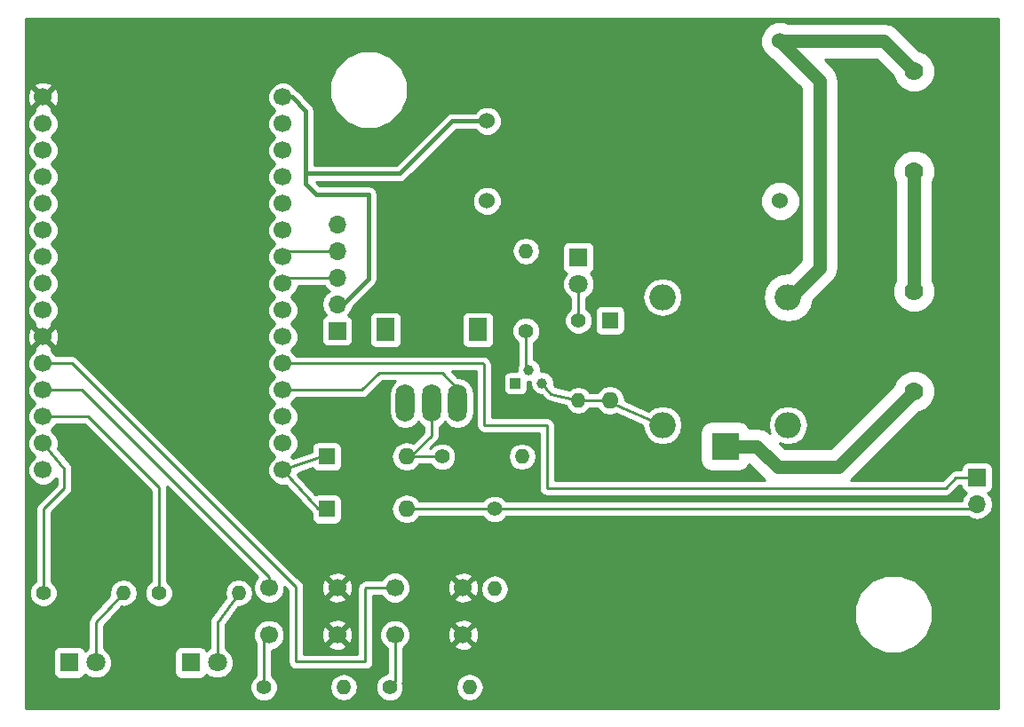
<source format=gtl>
G04 #@! TF.FileFunction,Copper,L1,Top,Signal*
%FSLAX46Y46*%
G04 Gerber Fmt 4.6, Leading zero omitted, Abs format (unit mm)*
G04 Created by KiCad (PCBNEW 4.0.7-e2-6376~58~ubuntu16.04.1) date Fri Dec 29 23:07:09 2017*
%MOMM*%
%LPD*%
G01*
G04 APERTURE LIST*
%ADD10C,0.100000*%
%ADD11R,1.800000X2.200000*%
%ADD12O,1.800000X3.600000*%
%ADD13R,2.500000X2.500000*%
%ADD14O,2.500000X2.500000*%
%ADD15C,1.700000*%
%ADD16R,1.800000X1.800000*%
%ADD17C,1.800000*%
%ADD18R,1.600000X1.600000*%
%ADD19O,1.600000X1.600000*%
%ADD20C,1.778000*%
%ADD21C,1.000000*%
%ADD22R,1.000000X1.000000*%
%ADD23C,1.400000*%
%ADD24O,1.400000X1.400000*%
%ADD25C,1.524000*%
%ADD26R,1.700000X1.700000*%
%ADD27O,1.700000X1.700000*%
%ADD28C,0.250000*%
%ADD29C,1.270000*%
%ADD30C,0.400000*%
%ADD31C,0.254000*%
G04 APERTURE END LIST*
D10*
D11*
X141600000Y-67900000D03*
X150400000Y-67900000D03*
D12*
X143500000Y-74900000D03*
X148500000Y-74900000D03*
X146000000Y-74900000D03*
D13*
X174000000Y-79000000D03*
D14*
X180000000Y-77000000D03*
X180000000Y-64800000D03*
X168000000Y-64800000D03*
X168000000Y-77000000D03*
D15*
X131826000Y-81280000D03*
X131826000Y-78740000D03*
X131826000Y-76200000D03*
X131826000Y-73660000D03*
X131826000Y-71120000D03*
X131826000Y-68580000D03*
X131826000Y-66040000D03*
X131826000Y-63500000D03*
X131826000Y-60960000D03*
X131826000Y-58420000D03*
X131826000Y-55880000D03*
X131826000Y-53340000D03*
X131826000Y-50800000D03*
X131826000Y-48260000D03*
X131826000Y-45720000D03*
X108966000Y-81280000D03*
X108966000Y-78740000D03*
X108966000Y-76200000D03*
X108966000Y-73660000D03*
X108966000Y-71120000D03*
X108966000Y-68580000D03*
X108966000Y-66040000D03*
X108966000Y-63500000D03*
X108966000Y-60960000D03*
X108966000Y-58420000D03*
X108966000Y-55880000D03*
X108966000Y-53340000D03*
X108966000Y-50800000D03*
X108966000Y-48260000D03*
X108966000Y-45720000D03*
D16*
X123030000Y-99630000D03*
D17*
X125570000Y-99630000D03*
D16*
X111460000Y-99630000D03*
D17*
X114000000Y-99630000D03*
D18*
X136000000Y-80000000D03*
D19*
X143620000Y-80000000D03*
D18*
X136000000Y-85000000D03*
D19*
X143620000Y-85000000D03*
D18*
X163000000Y-67000000D03*
D19*
X163000000Y-74620000D03*
D16*
X160000000Y-61000000D03*
D17*
X160000000Y-63540000D03*
D20*
X192000000Y-52762500D03*
X192000000Y-43237500D03*
X192000000Y-73762500D03*
X192000000Y-64237500D03*
D21*
X155270000Y-71730000D03*
X156540000Y-73000000D03*
D22*
X154000000Y-73000000D03*
D23*
X142000000Y-102000000D03*
D24*
X149620000Y-102000000D03*
D23*
X130000000Y-102000000D03*
D24*
X137620000Y-102000000D03*
D23*
X120000000Y-93000000D03*
D24*
X127620000Y-93000000D03*
D23*
X109000000Y-93000000D03*
D24*
X116620000Y-93000000D03*
D23*
X147000000Y-80000000D03*
D24*
X154620000Y-80000000D03*
D23*
X155000000Y-68000000D03*
D24*
X155000000Y-60380000D03*
D23*
X152000000Y-85000000D03*
D24*
X152000000Y-92620000D03*
D23*
X160000000Y-67000000D03*
D24*
X160000000Y-74620000D03*
D15*
X142500000Y-92500000D03*
X149000000Y-92500000D03*
X142500000Y-97000000D03*
X149000000Y-97000000D03*
X130500000Y-92500000D03*
X137000000Y-92500000D03*
X130500000Y-97000000D03*
X137000000Y-97000000D03*
D25*
X179240000Y-55620000D03*
X179240000Y-40380000D03*
X151300000Y-55620000D03*
X151300000Y-48000000D03*
D26*
X198000000Y-82000000D03*
D27*
X198000000Y-84540000D03*
D26*
X137000000Y-68000000D03*
D27*
X137000000Y-65460000D03*
X137000000Y-62920000D03*
X137000000Y-60380000D03*
X137000000Y-57840000D03*
D28*
X125570000Y-99630000D02*
X125570000Y-95820000D01*
X125570000Y-95820000D02*
X127620000Y-93000000D01*
X114000000Y-99630000D02*
X114000000Y-95820000D01*
X114000000Y-95820000D02*
X116620000Y-93000000D01*
X136000000Y-85000000D02*
X135190000Y-85000000D01*
X135190000Y-85000000D02*
X131826000Y-81280000D01*
X136000000Y-80000000D02*
X136000000Y-79810000D01*
X136000000Y-79810000D02*
X131826000Y-81280000D01*
X143620000Y-80000000D02*
X144000000Y-80000000D01*
X144000000Y-80000000D02*
X146000000Y-78000000D01*
X146000000Y-78000000D02*
X146000000Y-74900000D01*
X147000000Y-80000000D02*
X146000000Y-80000000D01*
X146000000Y-80000000D02*
X143620000Y-80000000D01*
X152000000Y-85000000D02*
X197540000Y-85000000D01*
X197540000Y-85000000D02*
X198000000Y-84540000D01*
X152000000Y-85000000D02*
X143620000Y-85000000D01*
X180000000Y-77000000D02*
X179000000Y-77000000D01*
X156540000Y-73000000D02*
X157380000Y-74000000D01*
X157380000Y-74000000D02*
X160000000Y-74620000D01*
X163000000Y-74620000D02*
X160000000Y-74620000D01*
X168000000Y-77000000D02*
X163380000Y-75000000D01*
X163380000Y-75000000D02*
X163000000Y-74620000D01*
X160000000Y-67000000D02*
X160000000Y-63540000D01*
D29*
X192000000Y-64237500D02*
X192000000Y-52762500D01*
X180000000Y-64800000D02*
X180200000Y-64800000D01*
X180200000Y-64800000D02*
X183000000Y-62000000D01*
X183000000Y-62000000D02*
X183000000Y-44140000D01*
X183000000Y-44140000D02*
X179240000Y-40380000D01*
X179240000Y-40380000D02*
X189142500Y-40380000D01*
X189142500Y-40380000D02*
X192000000Y-43237500D01*
D28*
X131826000Y-71120000D02*
X150880000Y-71120000D01*
X196000000Y-82000000D02*
X198000000Y-82000000D01*
X195000000Y-83000000D02*
X196000000Y-82000000D01*
X157000000Y-83000000D02*
X195000000Y-83000000D01*
X157000000Y-77000000D02*
X157000000Y-83000000D01*
X151000000Y-77000000D02*
X157000000Y-77000000D01*
X151000000Y-71240000D02*
X151000000Y-77000000D01*
X150880000Y-71120000D02*
X151000000Y-71240000D01*
X131826000Y-71120000D02*
X131826000Y-71470000D01*
X131826000Y-71120000D02*
X132316000Y-71120000D01*
D29*
X174000000Y-79000000D02*
X177000000Y-79000000D01*
X184762500Y-81000000D02*
X192000000Y-73762500D01*
X179000000Y-81000000D02*
X184762500Y-81000000D01*
X177000000Y-79000000D02*
X179000000Y-81000000D01*
D28*
X155000000Y-68000000D02*
X155000000Y-71460000D01*
X155000000Y-71460000D02*
X155270000Y-71730000D01*
X142500000Y-97000000D02*
X142500000Y-101500000D01*
X142500000Y-101500000D02*
X142000000Y-102000000D01*
X130000000Y-102000000D02*
X130000000Y-97500000D01*
X130000000Y-97500000D02*
X130500000Y-97000000D01*
X120000000Y-93000000D02*
X120000000Y-82916000D01*
X113244000Y-76160000D02*
X108966000Y-76200000D01*
X120000000Y-82916000D02*
X113244000Y-76160000D01*
X108966000Y-76200000D02*
X108966000Y-76470000D01*
X108966000Y-76200000D02*
X108236000Y-76200000D01*
X109000000Y-93000000D02*
X109000000Y-85000000D01*
X111000000Y-81130000D02*
X108966000Y-78740000D01*
X111000000Y-83000000D02*
X111000000Y-81130000D01*
X109000000Y-85000000D02*
X111000000Y-83000000D01*
X108666000Y-79040000D02*
X108966000Y-78740000D01*
X142500000Y-92500000D02*
X139744000Y-92500000D01*
X111720000Y-71080000D02*
X108966000Y-71120000D01*
X133096000Y-92456000D02*
X111720000Y-71080000D01*
X133096000Y-99568000D02*
X133096000Y-92456000D01*
X139700000Y-99568000D02*
X133096000Y-99568000D01*
X139700000Y-92544000D02*
X139700000Y-99568000D01*
X139744000Y-92500000D02*
X139700000Y-92544000D01*
X108966000Y-71120000D02*
X108966000Y-71470000D01*
X130500000Y-92500000D02*
X130500000Y-91500000D01*
X112620000Y-73620000D02*
X108966000Y-73660000D01*
X130500000Y-91500000D02*
X112620000Y-73620000D01*
X137000000Y-62920000D02*
X132366000Y-62960000D01*
X132366000Y-62960000D02*
X131826000Y-63500000D01*
X137000000Y-60380000D02*
X132366000Y-60420000D01*
X132366000Y-60420000D02*
X131826000Y-60960000D01*
D30*
X151300000Y-48000000D02*
X148000000Y-48000000D01*
X143000000Y-53000000D02*
X134000000Y-53000000D01*
X148000000Y-48000000D02*
X143000000Y-53000000D01*
X131826000Y-45720000D02*
X132680000Y-45680000D01*
X132680000Y-45680000D02*
X134000000Y-47000000D01*
X134000000Y-47000000D02*
X134000000Y-53000000D01*
X135000000Y-55000000D02*
X140000000Y-55000000D01*
X140000000Y-55000000D02*
X140000000Y-63000000D01*
X140000000Y-63000000D02*
X137540000Y-65460000D01*
X134000000Y-53000000D02*
X134000000Y-54000000D01*
X134000000Y-54000000D02*
X135000000Y-55000000D01*
X137540000Y-65460000D02*
X137000000Y-65460000D01*
X151300000Y-48000000D02*
X151000000Y-48000000D01*
D28*
X131826000Y-73660000D02*
X139340000Y-73660000D01*
X147000000Y-72000000D02*
X148500000Y-73500000D01*
X141000000Y-72000000D02*
X147000000Y-72000000D01*
X139340000Y-73660000D02*
X141000000Y-72000000D01*
X148500000Y-73500000D02*
X148500000Y-74900000D01*
X149000000Y-76000000D02*
X148080000Y-75080000D01*
X131826000Y-73660000D02*
X132016000Y-73660000D01*
D31*
G36*
X200025000Y-104013000D02*
X107315000Y-104013000D01*
X107315000Y-102264383D01*
X128664769Y-102264383D01*
X128867582Y-102755229D01*
X129242796Y-103131098D01*
X129733287Y-103334768D01*
X130264383Y-103335231D01*
X130755229Y-103132418D01*
X131131098Y-102757204D01*
X131334768Y-102266713D01*
X131335000Y-102000000D01*
X136258846Y-102000000D01*
X136360467Y-102510882D01*
X136649858Y-102943988D01*
X137082964Y-103233379D01*
X137593846Y-103335000D01*
X137646154Y-103335000D01*
X138157036Y-103233379D01*
X138590142Y-102943988D01*
X138879533Y-102510882D01*
X138928564Y-102264383D01*
X140664769Y-102264383D01*
X140867582Y-102755229D01*
X141242796Y-103131098D01*
X141733287Y-103334768D01*
X142264383Y-103335231D01*
X142755229Y-103132418D01*
X143131098Y-102757204D01*
X143334768Y-102266713D01*
X143335000Y-102000000D01*
X148258846Y-102000000D01*
X148360467Y-102510882D01*
X148649858Y-102943988D01*
X149082964Y-103233379D01*
X149593846Y-103335000D01*
X149646154Y-103335000D01*
X150157036Y-103233379D01*
X150590142Y-102943988D01*
X150879533Y-102510882D01*
X150981154Y-102000000D01*
X150879533Y-101489118D01*
X150590142Y-101056012D01*
X150157036Y-100766621D01*
X149646154Y-100665000D01*
X149593846Y-100665000D01*
X149082964Y-100766621D01*
X148649858Y-101056012D01*
X148360467Y-101489118D01*
X148258846Y-102000000D01*
X143335000Y-102000000D01*
X143335231Y-101735617D01*
X143252811Y-101536144D01*
X143260000Y-101500000D01*
X143260000Y-98292747D01*
X143340086Y-98259656D01*
X143556160Y-98043958D01*
X148135647Y-98043958D01*
X148215920Y-98295259D01*
X148771279Y-98496718D01*
X149361458Y-98470315D01*
X149784080Y-98295259D01*
X149864353Y-98043958D01*
X149000000Y-97179605D01*
X148135647Y-98043958D01*
X143556160Y-98043958D01*
X143758188Y-97842283D01*
X143984742Y-97296681D01*
X143985200Y-96771279D01*
X147503282Y-96771279D01*
X147529685Y-97361458D01*
X147704741Y-97784080D01*
X147956042Y-97864353D01*
X148820395Y-97000000D01*
X149179605Y-97000000D01*
X150043958Y-97864353D01*
X150295259Y-97784080D01*
X150496718Y-97228721D01*
X150470315Y-96638542D01*
X150295259Y-96215920D01*
X150043958Y-96135647D01*
X149179605Y-97000000D01*
X148820395Y-97000000D01*
X147956042Y-96135647D01*
X147704741Y-96215920D01*
X147503282Y-96771279D01*
X143985200Y-96771279D01*
X143985257Y-96705911D01*
X143759656Y-96159914D01*
X143556140Y-95956042D01*
X148135647Y-95956042D01*
X149000000Y-96820395D01*
X149864353Y-95956042D01*
X149794734Y-95738094D01*
X186272355Y-95738094D01*
X186838561Y-97108418D01*
X187886068Y-98157754D01*
X189255402Y-98726351D01*
X190738094Y-98727645D01*
X192108418Y-98161439D01*
X193157754Y-97113932D01*
X193726351Y-95744598D01*
X193727645Y-94261906D01*
X193161439Y-92891582D01*
X192113932Y-91842246D01*
X190744598Y-91273649D01*
X189261906Y-91272355D01*
X187891582Y-91838561D01*
X186842246Y-92886068D01*
X186273649Y-94255402D01*
X186272355Y-95738094D01*
X149794734Y-95738094D01*
X149784080Y-95704741D01*
X149228721Y-95503282D01*
X148638542Y-95529685D01*
X148215920Y-95704741D01*
X148135647Y-95956042D01*
X143556140Y-95956042D01*
X143342283Y-95741812D01*
X142796681Y-95515258D01*
X142205911Y-95514743D01*
X141659914Y-95740344D01*
X141241812Y-96157717D01*
X141015258Y-96703319D01*
X141014743Y-97294089D01*
X141240344Y-97840086D01*
X141657717Y-98258188D01*
X141740000Y-98292355D01*
X141740000Y-100664773D01*
X141735617Y-100664769D01*
X141244771Y-100867582D01*
X140868902Y-101242796D01*
X140665232Y-101733287D01*
X140664769Y-102264383D01*
X138928564Y-102264383D01*
X138981154Y-102000000D01*
X138879533Y-101489118D01*
X138590142Y-101056012D01*
X138157036Y-100766621D01*
X137646154Y-100665000D01*
X137593846Y-100665000D01*
X137082964Y-100766621D01*
X136649858Y-101056012D01*
X136360467Y-101489118D01*
X136258846Y-102000000D01*
X131335000Y-102000000D01*
X131335231Y-101735617D01*
X131132418Y-101244771D01*
X130760000Y-100871703D01*
X130760000Y-98485227D01*
X130794089Y-98485257D01*
X131340086Y-98259656D01*
X131758188Y-97842283D01*
X131984742Y-97296681D01*
X131985257Y-96705911D01*
X131759656Y-96159914D01*
X131342283Y-95741812D01*
X130796681Y-95515258D01*
X130205911Y-95514743D01*
X129659914Y-95740344D01*
X129241812Y-96157717D01*
X129015258Y-96703319D01*
X129014743Y-97294089D01*
X129240000Y-97839253D01*
X129240000Y-100872345D01*
X128868902Y-101242796D01*
X128665232Y-101733287D01*
X128664769Y-102264383D01*
X107315000Y-102264383D01*
X107315000Y-98730000D01*
X109912560Y-98730000D01*
X109912560Y-100530000D01*
X109956838Y-100765317D01*
X110095910Y-100981441D01*
X110308110Y-101126431D01*
X110560000Y-101177440D01*
X112360000Y-101177440D01*
X112595317Y-101133162D01*
X112811441Y-100994090D01*
X112956431Y-100781890D01*
X112960567Y-100761466D01*
X113129357Y-100930551D01*
X113693330Y-101164733D01*
X114303991Y-101165265D01*
X114868371Y-100932068D01*
X115300551Y-100500643D01*
X115534733Y-99936670D01*
X115535265Y-99326009D01*
X115302068Y-98761629D01*
X115270495Y-98730000D01*
X121482560Y-98730000D01*
X121482560Y-100530000D01*
X121526838Y-100765317D01*
X121665910Y-100981441D01*
X121878110Y-101126431D01*
X122130000Y-101177440D01*
X123930000Y-101177440D01*
X124165317Y-101133162D01*
X124381441Y-100994090D01*
X124526431Y-100781890D01*
X124530567Y-100761466D01*
X124699357Y-100930551D01*
X125263330Y-101164733D01*
X125873991Y-101165265D01*
X126438371Y-100932068D01*
X126870551Y-100500643D01*
X127104733Y-99936670D01*
X127105265Y-99326009D01*
X126872068Y-98761629D01*
X126440643Y-98329449D01*
X126330000Y-98283506D01*
X126330000Y-96067052D01*
X127589713Y-94334178D01*
X127593846Y-94335000D01*
X127646154Y-94335000D01*
X128157036Y-94233379D01*
X128590142Y-93943988D01*
X128879533Y-93510882D01*
X128981154Y-93000000D01*
X128879533Y-92489118D01*
X128590142Y-92056012D01*
X128157036Y-91766621D01*
X127646154Y-91665000D01*
X127593846Y-91665000D01*
X127082964Y-91766621D01*
X126649858Y-92056012D01*
X126360467Y-92489118D01*
X126258846Y-93000000D01*
X126349414Y-93455315D01*
X124955266Y-95373119D01*
X124917687Y-95454577D01*
X124867852Y-95529161D01*
X124856157Y-95587953D01*
X124831047Y-95642384D01*
X124827501Y-95732017D01*
X124810000Y-95820000D01*
X124810000Y-98283154D01*
X124701629Y-98327932D01*
X124533387Y-98495880D01*
X124533162Y-98494683D01*
X124394090Y-98278559D01*
X124181890Y-98133569D01*
X123930000Y-98082560D01*
X122130000Y-98082560D01*
X121894683Y-98126838D01*
X121678559Y-98265910D01*
X121533569Y-98478110D01*
X121482560Y-98730000D01*
X115270495Y-98730000D01*
X114870643Y-98329449D01*
X114760000Y-98283506D01*
X114760000Y-96118563D01*
X116444644Y-94305322D01*
X116593846Y-94335000D01*
X116646154Y-94335000D01*
X117157036Y-94233379D01*
X117590142Y-93943988D01*
X117879533Y-93510882D01*
X117981154Y-93000000D01*
X117879533Y-92489118D01*
X117590142Y-92056012D01*
X117157036Y-91766621D01*
X116646154Y-91665000D01*
X116593846Y-91665000D01*
X116082964Y-91766621D01*
X115649858Y-92056012D01*
X115360467Y-92489118D01*
X115258846Y-93000000D01*
X115315940Y-93287028D01*
X113443218Y-95302706D01*
X113372619Y-95417265D01*
X113297852Y-95529161D01*
X113295084Y-95543077D01*
X113287641Y-95555154D01*
X113266255Y-95688011D01*
X113240000Y-95820000D01*
X113240000Y-98283154D01*
X113131629Y-98327932D01*
X112963387Y-98495880D01*
X112963162Y-98494683D01*
X112824090Y-98278559D01*
X112611890Y-98133569D01*
X112360000Y-98082560D01*
X110560000Y-98082560D01*
X110324683Y-98126838D01*
X110108559Y-98265910D01*
X109963569Y-98478110D01*
X109912560Y-98730000D01*
X107315000Y-98730000D01*
X107315000Y-76200000D01*
X107476000Y-76200000D01*
X107480978Y-76225024D01*
X107480743Y-76494089D01*
X107706344Y-77040086D01*
X108123717Y-77458188D01*
X108151557Y-77469748D01*
X108125914Y-77480344D01*
X107707812Y-77897717D01*
X107481258Y-78443319D01*
X107480743Y-79034089D01*
X107706344Y-79580086D01*
X108123717Y-79998188D01*
X108151557Y-80009748D01*
X108125914Y-80020344D01*
X107707812Y-80437717D01*
X107481258Y-80983319D01*
X107480743Y-81574089D01*
X107706344Y-82120086D01*
X108123717Y-82538188D01*
X108669319Y-82764742D01*
X109260089Y-82765257D01*
X109806086Y-82539656D01*
X110224188Y-82122283D01*
X110240000Y-82084204D01*
X110240000Y-82685198D01*
X108462599Y-84462599D01*
X108297852Y-84709161D01*
X108240000Y-85000000D01*
X108240000Y-91872345D01*
X107868902Y-92242796D01*
X107665232Y-92733287D01*
X107664769Y-93264383D01*
X107867582Y-93755229D01*
X108242796Y-94131098D01*
X108733287Y-94334768D01*
X109264383Y-94335231D01*
X109755229Y-94132418D01*
X110131098Y-93757204D01*
X110334768Y-93266713D01*
X110335231Y-92735617D01*
X110132418Y-92244771D01*
X109760000Y-91871703D01*
X109760000Y-85314802D01*
X111537401Y-83537401D01*
X111702148Y-83290839D01*
X111760000Y-83000000D01*
X111760000Y-81130000D01*
X111736915Y-81013946D01*
X111723214Y-80896417D01*
X111708172Y-80869447D01*
X111702148Y-80839161D01*
X111636414Y-80740783D01*
X111578775Y-80637435D01*
X110373916Y-79221697D01*
X110450742Y-79036681D01*
X110451257Y-78445911D01*
X110225656Y-77899914D01*
X109808283Y-77481812D01*
X109780443Y-77470252D01*
X109806086Y-77459656D01*
X110224188Y-77042283D01*
X110263378Y-76947903D01*
X112932147Y-76922949D01*
X119240000Y-83230802D01*
X119240000Y-91872345D01*
X118868902Y-92242796D01*
X118665232Y-92733287D01*
X118664769Y-93264383D01*
X118867582Y-93755229D01*
X119242796Y-94131098D01*
X119733287Y-94334768D01*
X120264383Y-94335231D01*
X120755229Y-94132418D01*
X121131098Y-93757204D01*
X121334768Y-93266713D01*
X121335231Y-92735617D01*
X121132418Y-92244771D01*
X120760000Y-91871703D01*
X120760000Y-82916000D01*
X120739838Y-82814641D01*
X129412512Y-91487315D01*
X129241812Y-91657717D01*
X129015258Y-92203319D01*
X129014743Y-92794089D01*
X129240344Y-93340086D01*
X129657717Y-93758188D01*
X130203319Y-93984742D01*
X130794089Y-93985257D01*
X131340086Y-93759656D01*
X131758188Y-93342283D01*
X131984742Y-92796681D01*
X131985070Y-92419872D01*
X132336000Y-92770802D01*
X132336000Y-99568000D01*
X132393852Y-99858839D01*
X132558599Y-100105401D01*
X132805161Y-100270148D01*
X133096000Y-100328000D01*
X139700000Y-100328000D01*
X139990839Y-100270148D01*
X140237401Y-100105401D01*
X140402148Y-99858839D01*
X140460000Y-99568000D01*
X140460000Y-93260000D01*
X141207253Y-93260000D01*
X141240344Y-93340086D01*
X141657717Y-93758188D01*
X142203319Y-93984742D01*
X142794089Y-93985257D01*
X143340086Y-93759656D01*
X143556160Y-93543958D01*
X148135647Y-93543958D01*
X148215920Y-93795259D01*
X148771279Y-93996718D01*
X149361458Y-93970315D01*
X149784080Y-93795259D01*
X149864353Y-93543958D01*
X149000000Y-92679605D01*
X148135647Y-93543958D01*
X143556160Y-93543958D01*
X143758188Y-93342283D01*
X143984742Y-92796681D01*
X143985200Y-92271279D01*
X147503282Y-92271279D01*
X147529685Y-92861458D01*
X147704741Y-93284080D01*
X147956042Y-93364353D01*
X148820395Y-92500000D01*
X149179605Y-92500000D01*
X150043958Y-93364353D01*
X150295259Y-93284080D01*
X150496718Y-92728721D01*
X150490685Y-92593846D01*
X150665000Y-92593846D01*
X150665000Y-92646154D01*
X150766621Y-93157036D01*
X151056012Y-93590142D01*
X151489118Y-93879533D01*
X152000000Y-93981154D01*
X152510882Y-93879533D01*
X152943988Y-93590142D01*
X153233379Y-93157036D01*
X153335000Y-92646154D01*
X153335000Y-92593846D01*
X153233379Y-92082964D01*
X152943988Y-91649858D01*
X152510882Y-91360467D01*
X152000000Y-91258846D01*
X151489118Y-91360467D01*
X151056012Y-91649858D01*
X150766621Y-92082964D01*
X150665000Y-92593846D01*
X150490685Y-92593846D01*
X150470315Y-92138542D01*
X150295259Y-91715920D01*
X150043958Y-91635647D01*
X149179605Y-92500000D01*
X148820395Y-92500000D01*
X147956042Y-91635647D01*
X147704741Y-91715920D01*
X147503282Y-92271279D01*
X143985200Y-92271279D01*
X143985257Y-92205911D01*
X143759656Y-91659914D01*
X143556140Y-91456042D01*
X148135647Y-91456042D01*
X149000000Y-92320395D01*
X149864353Y-91456042D01*
X149784080Y-91204741D01*
X149228721Y-91003282D01*
X148638542Y-91029685D01*
X148215920Y-91204741D01*
X148135647Y-91456042D01*
X143556140Y-91456042D01*
X143342283Y-91241812D01*
X142796681Y-91015258D01*
X142205911Y-91014743D01*
X141659914Y-91240344D01*
X141241812Y-91657717D01*
X141207645Y-91740000D01*
X139744000Y-91740000D01*
X139453160Y-91797852D01*
X139206599Y-91962599D01*
X139162599Y-92006599D01*
X138997852Y-92253161D01*
X138940000Y-92544000D01*
X138940000Y-98808000D01*
X133856000Y-98808000D01*
X133856000Y-98043958D01*
X136135647Y-98043958D01*
X136215920Y-98295259D01*
X136771279Y-98496718D01*
X137361458Y-98470315D01*
X137784080Y-98295259D01*
X137864353Y-98043958D01*
X137000000Y-97179605D01*
X136135647Y-98043958D01*
X133856000Y-98043958D01*
X133856000Y-96771279D01*
X135503282Y-96771279D01*
X135529685Y-97361458D01*
X135704741Y-97784080D01*
X135956042Y-97864353D01*
X136820395Y-97000000D01*
X137179605Y-97000000D01*
X138043958Y-97864353D01*
X138295259Y-97784080D01*
X138496718Y-97228721D01*
X138470315Y-96638542D01*
X138295259Y-96215920D01*
X138043958Y-96135647D01*
X137179605Y-97000000D01*
X136820395Y-97000000D01*
X135956042Y-96135647D01*
X135704741Y-96215920D01*
X135503282Y-96771279D01*
X133856000Y-96771279D01*
X133856000Y-95956042D01*
X136135647Y-95956042D01*
X137000000Y-96820395D01*
X137864353Y-95956042D01*
X137784080Y-95704741D01*
X137228721Y-95503282D01*
X136638542Y-95529685D01*
X136215920Y-95704741D01*
X136135647Y-95956042D01*
X133856000Y-95956042D01*
X133856000Y-93543958D01*
X136135647Y-93543958D01*
X136215920Y-93795259D01*
X136771279Y-93996718D01*
X137361458Y-93970315D01*
X137784080Y-93795259D01*
X137864353Y-93543958D01*
X137000000Y-92679605D01*
X136135647Y-93543958D01*
X133856000Y-93543958D01*
X133856000Y-92456000D01*
X133819257Y-92271279D01*
X135503282Y-92271279D01*
X135529685Y-92861458D01*
X135704741Y-93284080D01*
X135956042Y-93364353D01*
X136820395Y-92500000D01*
X137179605Y-92500000D01*
X138043958Y-93364353D01*
X138295259Y-93284080D01*
X138496718Y-92728721D01*
X138470315Y-92138542D01*
X138295259Y-91715920D01*
X138043958Y-91635647D01*
X137179605Y-92500000D01*
X136820395Y-92500000D01*
X135956042Y-91635647D01*
X135704741Y-91715920D01*
X135503282Y-92271279D01*
X133819257Y-92271279D01*
X133798148Y-92165161D01*
X133633401Y-91918599D01*
X133170844Y-91456042D01*
X136135647Y-91456042D01*
X137000000Y-92320395D01*
X137864353Y-91456042D01*
X137784080Y-91204741D01*
X137228721Y-91003282D01*
X136638542Y-91029685D01*
X136215920Y-91204741D01*
X136135647Y-91456042D01*
X133170844Y-91456042D01*
X112257401Y-70542599D01*
X112252728Y-70539476D01*
X112249539Y-70534851D01*
X112129625Y-70457222D01*
X112010839Y-70377852D01*
X112005328Y-70376756D01*
X112000611Y-70373702D01*
X111860104Y-70347869D01*
X111720000Y-70320000D01*
X111714489Y-70321096D01*
X111708962Y-70320080D01*
X110251002Y-70341256D01*
X110225656Y-70279914D01*
X109808283Y-69861812D01*
X109760688Y-69842049D01*
X109830353Y-69623958D01*
X108966000Y-68759605D01*
X108101647Y-69623958D01*
X108171181Y-69841640D01*
X108125914Y-69860344D01*
X107707812Y-70277717D01*
X107481258Y-70823319D01*
X107480743Y-71414089D01*
X107706344Y-71960086D01*
X108123717Y-72378188D01*
X108151557Y-72389748D01*
X108125914Y-72400344D01*
X107707812Y-72817717D01*
X107481258Y-73363319D01*
X107480743Y-73954089D01*
X107706344Y-74500086D01*
X108123717Y-74918188D01*
X108151557Y-74929748D01*
X108125914Y-74940344D01*
X107707812Y-75357717D01*
X107481258Y-75903319D01*
X107481021Y-76174756D01*
X107476000Y-76200000D01*
X107315000Y-76200000D01*
X107315000Y-68351279D01*
X107469282Y-68351279D01*
X107495685Y-68941458D01*
X107670741Y-69364080D01*
X107922042Y-69444353D01*
X108786395Y-68580000D01*
X109145605Y-68580000D01*
X110009958Y-69444353D01*
X110261259Y-69364080D01*
X110462718Y-68808721D01*
X110436315Y-68218542D01*
X110261259Y-67795920D01*
X110009958Y-67715647D01*
X109145605Y-68580000D01*
X108786395Y-68580000D01*
X107922042Y-67715647D01*
X107670741Y-67795920D01*
X107469282Y-68351279D01*
X107315000Y-68351279D01*
X107315000Y-48554089D01*
X107480743Y-48554089D01*
X107706344Y-49100086D01*
X108123717Y-49518188D01*
X108151557Y-49529748D01*
X108125914Y-49540344D01*
X107707812Y-49957717D01*
X107481258Y-50503319D01*
X107480743Y-51094089D01*
X107706344Y-51640086D01*
X108123717Y-52058188D01*
X108151557Y-52069748D01*
X108125914Y-52080344D01*
X107707812Y-52497717D01*
X107481258Y-53043319D01*
X107480743Y-53634089D01*
X107706344Y-54180086D01*
X108123717Y-54598188D01*
X108151557Y-54609748D01*
X108125914Y-54620344D01*
X107707812Y-55037717D01*
X107481258Y-55583319D01*
X107480743Y-56174089D01*
X107706344Y-56720086D01*
X108123717Y-57138188D01*
X108151557Y-57149748D01*
X108125914Y-57160344D01*
X107707812Y-57577717D01*
X107481258Y-58123319D01*
X107480743Y-58714089D01*
X107706344Y-59260086D01*
X108123717Y-59678188D01*
X108151557Y-59689748D01*
X108125914Y-59700344D01*
X107707812Y-60117717D01*
X107481258Y-60663319D01*
X107480743Y-61254089D01*
X107706344Y-61800086D01*
X108123717Y-62218188D01*
X108151557Y-62229748D01*
X108125914Y-62240344D01*
X107707812Y-62657717D01*
X107481258Y-63203319D01*
X107480743Y-63794089D01*
X107706344Y-64340086D01*
X108123717Y-64758188D01*
X108151557Y-64769748D01*
X108125914Y-64780344D01*
X107707812Y-65197717D01*
X107481258Y-65743319D01*
X107480743Y-66334089D01*
X107706344Y-66880086D01*
X108123717Y-67298188D01*
X108171312Y-67317951D01*
X108101647Y-67536042D01*
X108966000Y-68400395D01*
X109830353Y-67536042D01*
X109760819Y-67318360D01*
X109806086Y-67299656D01*
X110224188Y-66882283D01*
X110450742Y-66336681D01*
X110451257Y-65745911D01*
X110225656Y-65199914D01*
X109808283Y-64781812D01*
X109780443Y-64770252D01*
X109806086Y-64759656D01*
X110224188Y-64342283D01*
X110450742Y-63796681D01*
X110451257Y-63205911D01*
X110225656Y-62659914D01*
X109808283Y-62241812D01*
X109780443Y-62230252D01*
X109806086Y-62219656D01*
X110224188Y-61802283D01*
X110450742Y-61256681D01*
X110451257Y-60665911D01*
X110225656Y-60119914D01*
X109808283Y-59701812D01*
X109780443Y-59690252D01*
X109806086Y-59679656D01*
X110224188Y-59262283D01*
X110450742Y-58716681D01*
X110451257Y-58125911D01*
X110225656Y-57579914D01*
X109808283Y-57161812D01*
X109780443Y-57150252D01*
X109806086Y-57139656D01*
X110224188Y-56722283D01*
X110450742Y-56176681D01*
X110451257Y-55585911D01*
X110225656Y-55039914D01*
X109808283Y-54621812D01*
X109780443Y-54610252D01*
X109806086Y-54599656D01*
X110224188Y-54182283D01*
X110450742Y-53636681D01*
X110451257Y-53045911D01*
X110225656Y-52499914D01*
X109808283Y-52081812D01*
X109780443Y-52070252D01*
X109806086Y-52059656D01*
X110224188Y-51642283D01*
X110450742Y-51096681D01*
X110451257Y-50505911D01*
X110225656Y-49959914D01*
X109808283Y-49541812D01*
X109780443Y-49530252D01*
X109806086Y-49519656D01*
X110224188Y-49102283D01*
X110450742Y-48556681D01*
X110451257Y-47965911D01*
X110225656Y-47419914D01*
X109808283Y-47001812D01*
X109760688Y-46982049D01*
X109830353Y-46763958D01*
X108966000Y-45899605D01*
X108101647Y-46763958D01*
X108171181Y-46981640D01*
X108125914Y-47000344D01*
X107707812Y-47417717D01*
X107481258Y-47963319D01*
X107480743Y-48554089D01*
X107315000Y-48554089D01*
X107315000Y-45491279D01*
X107469282Y-45491279D01*
X107495685Y-46081458D01*
X107670741Y-46504080D01*
X107922042Y-46584353D01*
X108786395Y-45720000D01*
X109145605Y-45720000D01*
X110009958Y-46584353D01*
X110261259Y-46504080D01*
X110439005Y-46014089D01*
X130340743Y-46014089D01*
X130566344Y-46560086D01*
X130983717Y-46978188D01*
X131011557Y-46989748D01*
X130985914Y-47000344D01*
X130567812Y-47417717D01*
X130341258Y-47963319D01*
X130340743Y-48554089D01*
X130566344Y-49100086D01*
X130983717Y-49518188D01*
X131011557Y-49529748D01*
X130985914Y-49540344D01*
X130567812Y-49957717D01*
X130341258Y-50503319D01*
X130340743Y-51094089D01*
X130566344Y-51640086D01*
X130983717Y-52058188D01*
X131011557Y-52069748D01*
X130985914Y-52080344D01*
X130567812Y-52497717D01*
X130341258Y-53043319D01*
X130340743Y-53634089D01*
X130566344Y-54180086D01*
X130983717Y-54598188D01*
X131011557Y-54609748D01*
X130985914Y-54620344D01*
X130567812Y-55037717D01*
X130341258Y-55583319D01*
X130340743Y-56174089D01*
X130566344Y-56720086D01*
X130983717Y-57138188D01*
X131011557Y-57149748D01*
X130985914Y-57160344D01*
X130567812Y-57577717D01*
X130341258Y-58123319D01*
X130340743Y-58714089D01*
X130566344Y-59260086D01*
X130983717Y-59678188D01*
X131011557Y-59689748D01*
X130985914Y-59700344D01*
X130567812Y-60117717D01*
X130341258Y-60663319D01*
X130340743Y-61254089D01*
X130566344Y-61800086D01*
X130983717Y-62218188D01*
X131011557Y-62229748D01*
X130985914Y-62240344D01*
X130567812Y-62657717D01*
X130341258Y-63203319D01*
X130340743Y-63794089D01*
X130566344Y-64340086D01*
X130983717Y-64758188D01*
X131011557Y-64769748D01*
X130985914Y-64780344D01*
X130567812Y-65197717D01*
X130341258Y-65743319D01*
X130340743Y-66334089D01*
X130566344Y-66880086D01*
X130983717Y-67298188D01*
X131011557Y-67309748D01*
X130985914Y-67320344D01*
X130567812Y-67737717D01*
X130341258Y-68283319D01*
X130340743Y-68874089D01*
X130566344Y-69420086D01*
X130983717Y-69838188D01*
X131011557Y-69849748D01*
X130985914Y-69860344D01*
X130567812Y-70277717D01*
X130341258Y-70823319D01*
X130340743Y-71414089D01*
X130566344Y-71960086D01*
X130983717Y-72378188D01*
X131011557Y-72389748D01*
X130985914Y-72400344D01*
X130567812Y-72817717D01*
X130341258Y-73363319D01*
X130340743Y-73954089D01*
X130566344Y-74500086D01*
X130983717Y-74918188D01*
X131011557Y-74929748D01*
X130985914Y-74940344D01*
X130567812Y-75357717D01*
X130341258Y-75903319D01*
X130340743Y-76494089D01*
X130566344Y-77040086D01*
X130983717Y-77458188D01*
X131011557Y-77469748D01*
X130985914Y-77480344D01*
X130567812Y-77897717D01*
X130341258Y-78443319D01*
X130340743Y-79034089D01*
X130566344Y-79580086D01*
X130983717Y-79998188D01*
X131011557Y-80009748D01*
X130985914Y-80020344D01*
X130567812Y-80437717D01*
X130341258Y-80983319D01*
X130340743Y-81574089D01*
X130566344Y-82120086D01*
X130983717Y-82538188D01*
X131529319Y-82764742D01*
X132120089Y-82765257D01*
X132137827Y-82757928D01*
X134552560Y-85428204D01*
X134552560Y-85800000D01*
X134596838Y-86035317D01*
X134735910Y-86251441D01*
X134948110Y-86396431D01*
X135200000Y-86447440D01*
X136800000Y-86447440D01*
X137035317Y-86403162D01*
X137251441Y-86264090D01*
X137396431Y-86051890D01*
X137447440Y-85800000D01*
X137447440Y-84200000D01*
X137403162Y-83964683D01*
X137264090Y-83748559D01*
X137051890Y-83603569D01*
X136800000Y-83552560D01*
X135200000Y-83552560D01*
X134964683Y-83596838D01*
X134952736Y-83604526D01*
X133250389Y-81722026D01*
X133310742Y-81576681D01*
X133310754Y-81562854D01*
X134635975Y-81096137D01*
X134735910Y-81251441D01*
X134948110Y-81396431D01*
X135200000Y-81447440D01*
X136800000Y-81447440D01*
X137035317Y-81403162D01*
X137251441Y-81264090D01*
X137396431Y-81051890D01*
X137447440Y-80800000D01*
X137447440Y-79200000D01*
X137403162Y-78964683D01*
X137264090Y-78748559D01*
X137051890Y-78603569D01*
X136800000Y-78552560D01*
X135200000Y-78552560D01*
X134964683Y-78596838D01*
X134748559Y-78735910D01*
X134603569Y-78948110D01*
X134552560Y-79200000D01*
X134552560Y-79514005D01*
X132783354Y-80137084D01*
X132668283Y-80021812D01*
X132640443Y-80010252D01*
X132666086Y-79999656D01*
X133084188Y-79582283D01*
X133310742Y-79036681D01*
X133311257Y-78445911D01*
X133085656Y-77899914D01*
X132668283Y-77481812D01*
X132640443Y-77470252D01*
X132666086Y-77459656D01*
X133084188Y-77042283D01*
X133310742Y-76496681D01*
X133311257Y-75905911D01*
X133085656Y-75359914D01*
X132668283Y-74941812D01*
X132640443Y-74930252D01*
X132666086Y-74919656D01*
X133084188Y-74502283D01*
X133118355Y-74420000D01*
X139340000Y-74420000D01*
X139630839Y-74362148D01*
X139877401Y-74197401D01*
X141314802Y-72760000D01*
X142574559Y-72760000D01*
X142414591Y-72866887D01*
X142081845Y-73364877D01*
X141965000Y-73952296D01*
X141965000Y-75847704D01*
X142081845Y-76435123D01*
X142414591Y-76933113D01*
X142912581Y-77265859D01*
X143500000Y-77382704D01*
X144087419Y-77265859D01*
X144585409Y-76933113D01*
X144750000Y-76686785D01*
X144914591Y-76933113D01*
X145240000Y-77150544D01*
X145240000Y-77685198D01*
X144229455Y-78695743D01*
X144197264Y-78674233D01*
X143648113Y-78565000D01*
X143591887Y-78565000D01*
X143042736Y-78674233D01*
X142577189Y-78985302D01*
X142266120Y-79450849D01*
X142156887Y-80000000D01*
X142266120Y-80549151D01*
X142577189Y-81014698D01*
X143042736Y-81325767D01*
X143591887Y-81435000D01*
X143648113Y-81435000D01*
X144197264Y-81325767D01*
X144662811Y-81014698D01*
X144832995Y-80760000D01*
X145872345Y-80760000D01*
X146242796Y-81131098D01*
X146733287Y-81334768D01*
X147264383Y-81335231D01*
X147755229Y-81132418D01*
X148131098Y-80757204D01*
X148334768Y-80266713D01*
X148335000Y-80000000D01*
X153258846Y-80000000D01*
X153360467Y-80510882D01*
X153649858Y-80943988D01*
X154082964Y-81233379D01*
X154593846Y-81335000D01*
X154646154Y-81335000D01*
X155157036Y-81233379D01*
X155590142Y-80943988D01*
X155879533Y-80510882D01*
X155981154Y-80000000D01*
X155879533Y-79489118D01*
X155590142Y-79056012D01*
X155157036Y-78766621D01*
X154646154Y-78665000D01*
X154593846Y-78665000D01*
X154082964Y-78766621D01*
X153649858Y-79056012D01*
X153360467Y-79489118D01*
X153258846Y-80000000D01*
X148335000Y-80000000D01*
X148335231Y-79735617D01*
X148132418Y-79244771D01*
X147757204Y-78868902D01*
X147266713Y-78665232D01*
X146735617Y-78664769D01*
X146244771Y-78867582D01*
X145871703Y-79240000D01*
X145834802Y-79240000D01*
X146537401Y-78537401D01*
X146702148Y-78290839D01*
X146760000Y-78000000D01*
X146760000Y-77150544D01*
X147085409Y-76933113D01*
X147250000Y-76686785D01*
X147414591Y-76933113D01*
X147912581Y-77265859D01*
X148500000Y-77382704D01*
X149087419Y-77265859D01*
X149585409Y-76933113D01*
X149918155Y-76435123D01*
X150035000Y-75847704D01*
X150035000Y-73952296D01*
X149918155Y-73364877D01*
X149585409Y-72866887D01*
X149087419Y-72534141D01*
X148500000Y-72417296D01*
X148493409Y-72418607D01*
X147954802Y-71880000D01*
X150240000Y-71880000D01*
X150240000Y-77000000D01*
X150297852Y-77290839D01*
X150462599Y-77537401D01*
X150709161Y-77702148D01*
X151000000Y-77760000D01*
X156240000Y-77760000D01*
X156240000Y-83000000D01*
X156297852Y-83290839D01*
X156462599Y-83537401D01*
X156709161Y-83702148D01*
X157000000Y-83760000D01*
X195000000Y-83760000D01*
X195290839Y-83702148D01*
X195537401Y-83537401D01*
X196314802Y-82760000D01*
X196502560Y-82760000D01*
X196502560Y-82850000D01*
X196546838Y-83085317D01*
X196685910Y-83301441D01*
X196898110Y-83446431D01*
X196965541Y-83460086D01*
X196920853Y-83489946D01*
X196598946Y-83971715D01*
X196545581Y-84240000D01*
X153127655Y-84240000D01*
X152757204Y-83868902D01*
X152266713Y-83665232D01*
X151735617Y-83664769D01*
X151244771Y-83867582D01*
X150871703Y-84240000D01*
X144832995Y-84240000D01*
X144662811Y-83985302D01*
X144197264Y-83674233D01*
X143648113Y-83565000D01*
X143591887Y-83565000D01*
X143042736Y-83674233D01*
X142577189Y-83985302D01*
X142266120Y-84450849D01*
X142156887Y-85000000D01*
X142266120Y-85549151D01*
X142577189Y-86014698D01*
X143042736Y-86325767D01*
X143591887Y-86435000D01*
X143648113Y-86435000D01*
X144197264Y-86325767D01*
X144662811Y-86014698D01*
X144832995Y-85760000D01*
X150872345Y-85760000D01*
X151242796Y-86131098D01*
X151733287Y-86334768D01*
X152264383Y-86335231D01*
X152755229Y-86132418D01*
X153128297Y-85760000D01*
X197175196Y-85760000D01*
X197402622Y-85911961D01*
X197970907Y-86025000D01*
X198029093Y-86025000D01*
X198597378Y-85911961D01*
X199079147Y-85590054D01*
X199401054Y-85108285D01*
X199514093Y-84540000D01*
X199401054Y-83971715D01*
X199079147Y-83489946D01*
X199037548Y-83462150D01*
X199085317Y-83453162D01*
X199301441Y-83314090D01*
X199446431Y-83101890D01*
X199497440Y-82850000D01*
X199497440Y-81150000D01*
X199453162Y-80914683D01*
X199314090Y-80698559D01*
X199101890Y-80553569D01*
X198850000Y-80502560D01*
X197150000Y-80502560D01*
X196914683Y-80546838D01*
X196698559Y-80685910D01*
X196553569Y-80898110D01*
X196502560Y-81150000D01*
X196502560Y-81240000D01*
X196000000Y-81240000D01*
X195709161Y-81297852D01*
X195462599Y-81462599D01*
X194685198Y-82240000D01*
X186014344Y-82240000D01*
X192529183Y-75725161D01*
X193140481Y-75472578D01*
X193708085Y-74905963D01*
X194015650Y-74165267D01*
X194016349Y-73363252D01*
X193710078Y-72622019D01*
X193143463Y-72054415D01*
X192402767Y-71746850D01*
X191600752Y-71746151D01*
X190859519Y-72052422D01*
X190291915Y-72619037D01*
X190036490Y-73234166D01*
X184032656Y-79238000D01*
X179729844Y-79238000D01*
X179216531Y-78724687D01*
X179241713Y-78741513D01*
X179963071Y-78885000D01*
X180036929Y-78885000D01*
X180758287Y-78741513D01*
X181369825Y-78332896D01*
X181778442Y-77721358D01*
X181921929Y-77000000D01*
X181778442Y-76278642D01*
X181369825Y-75667104D01*
X180758287Y-75258487D01*
X180036929Y-75115000D01*
X179963071Y-75115000D01*
X179241713Y-75258487D01*
X178630175Y-75667104D01*
X178221558Y-76278642D01*
X178078071Y-77000000D01*
X178221558Y-77721358D01*
X178241403Y-77751059D01*
X177674289Y-77372124D01*
X177000000Y-77238000D01*
X176259776Y-77238000D01*
X176073669Y-76948781D01*
X175697056Y-76691452D01*
X175250000Y-76600921D01*
X172750000Y-76600921D01*
X172332359Y-76679506D01*
X171948781Y-76926331D01*
X171691452Y-77302944D01*
X171600921Y-77750000D01*
X171600921Y-80250000D01*
X171679506Y-80667641D01*
X171926331Y-81051219D01*
X172302944Y-81308548D01*
X172750000Y-81399079D01*
X175250000Y-81399079D01*
X175667641Y-81320494D01*
X176051219Y-81073669D01*
X176264174Y-80762000D01*
X176270156Y-80762000D01*
X177748156Y-82240000D01*
X157760000Y-82240000D01*
X157760000Y-77000000D01*
X157702148Y-76709161D01*
X157537401Y-76462599D01*
X157290839Y-76297852D01*
X157000000Y-76240000D01*
X151760000Y-76240000D01*
X151760000Y-72500000D01*
X152852560Y-72500000D01*
X152852560Y-73500000D01*
X152896838Y-73735317D01*
X153035910Y-73951441D01*
X153248110Y-74096431D01*
X153500000Y-74147440D01*
X154500000Y-74147440D01*
X154735317Y-74103162D01*
X154951441Y-73964090D01*
X155096431Y-73751890D01*
X155147440Y-73500000D01*
X155147440Y-72864894D01*
X155405117Y-72865119D01*
X155404803Y-73224775D01*
X155577233Y-73642086D01*
X155896235Y-73961645D01*
X156313244Y-74134803D01*
X156500822Y-74134967D01*
X156798064Y-74488826D01*
X156871329Y-74547563D01*
X156935286Y-74616302D01*
X156985956Y-74639462D01*
X157029427Y-74674313D01*
X157119586Y-74700540D01*
X157204986Y-74739574D01*
X158756619Y-75106754D01*
X158766621Y-75157036D01*
X159056012Y-75590142D01*
X159489118Y-75879533D01*
X160000000Y-75981154D01*
X160510882Y-75879533D01*
X160943988Y-75590142D01*
X161084400Y-75380000D01*
X161796333Y-75380000D01*
X161985302Y-75662811D01*
X162450849Y-75973880D01*
X163000000Y-76083113D01*
X163549151Y-75973880D01*
X163614994Y-75929885D01*
X166078776Y-76996458D01*
X166078071Y-77000000D01*
X166221558Y-77721358D01*
X166630175Y-78332896D01*
X167241713Y-78741513D01*
X167963071Y-78885000D01*
X168036929Y-78885000D01*
X168758287Y-78741513D01*
X169369825Y-78332896D01*
X169778442Y-77721358D01*
X169921929Y-77000000D01*
X169778442Y-76278642D01*
X169369825Y-75667104D01*
X168758287Y-75258487D01*
X168036929Y-75115000D01*
X167963071Y-75115000D01*
X167241713Y-75258487D01*
X166710331Y-75613545D01*
X164435000Y-74628554D01*
X164435000Y-74591887D01*
X164325767Y-74042736D01*
X164014698Y-73577189D01*
X163549151Y-73266120D01*
X163000000Y-73156887D01*
X162450849Y-73266120D01*
X161985302Y-73577189D01*
X161796333Y-73860000D01*
X161084400Y-73860000D01*
X160943988Y-73649858D01*
X160510882Y-73360467D01*
X160000000Y-73258846D01*
X159489118Y-73360467D01*
X159093847Y-73624577D01*
X157800007Y-73318401D01*
X157674853Y-73169409D01*
X157675197Y-72775225D01*
X157502767Y-72357914D01*
X157183765Y-72038355D01*
X156766756Y-71865197D01*
X156404883Y-71864881D01*
X156405197Y-71505225D01*
X156232767Y-71087914D01*
X155913765Y-70768355D01*
X155760000Y-70704506D01*
X155760000Y-69127655D01*
X156131098Y-68757204D01*
X156334768Y-68266713D01*
X156335231Y-67735617D01*
X156132418Y-67244771D01*
X155757204Y-66868902D01*
X155266713Y-66665232D01*
X154735617Y-66664769D01*
X154244771Y-66867582D01*
X153868902Y-67242796D01*
X153665232Y-67733287D01*
X153664769Y-68264383D01*
X153867582Y-68755229D01*
X154240000Y-69128297D01*
X154240000Y-71250851D01*
X154135197Y-71503244D01*
X154134892Y-71852560D01*
X153500000Y-71852560D01*
X153264683Y-71896838D01*
X153048559Y-72035910D01*
X152903569Y-72248110D01*
X152852560Y-72500000D01*
X151760000Y-72500000D01*
X151760000Y-71240000D01*
X151702148Y-70949161D01*
X151537401Y-70702599D01*
X151417401Y-70582599D01*
X151170839Y-70417852D01*
X150880000Y-70360000D01*
X133118747Y-70360000D01*
X133085656Y-70279914D01*
X132668283Y-69861812D01*
X132640443Y-69850252D01*
X132666086Y-69839656D01*
X133084188Y-69422283D01*
X133310742Y-68876681D01*
X133311257Y-68285911D01*
X133085656Y-67739914D01*
X132668283Y-67321812D01*
X132640443Y-67310252D01*
X132666086Y-67299656D01*
X133084188Y-66882283D01*
X133310742Y-66336681D01*
X133311257Y-65745911D01*
X133085656Y-65199914D01*
X132668283Y-64781812D01*
X132640443Y-64770252D01*
X132666086Y-64759656D01*
X133084188Y-64342283D01*
X133310742Y-63796681D01*
X133310816Y-63711873D01*
X135734364Y-63690953D01*
X135920853Y-63970054D01*
X136250026Y-64190000D01*
X135920853Y-64409946D01*
X135598946Y-64891715D01*
X135485907Y-65460000D01*
X135598946Y-66028285D01*
X135920853Y-66510054D01*
X135962452Y-66537850D01*
X135914683Y-66546838D01*
X135698559Y-66685910D01*
X135553569Y-66898110D01*
X135502560Y-67150000D01*
X135502560Y-68850000D01*
X135546838Y-69085317D01*
X135685910Y-69301441D01*
X135898110Y-69446431D01*
X136150000Y-69497440D01*
X137850000Y-69497440D01*
X138085317Y-69453162D01*
X138301441Y-69314090D01*
X138446431Y-69101890D01*
X138497440Y-68850000D01*
X138497440Y-67150000D01*
X138453162Y-66914683D01*
X138379366Y-66800000D01*
X140052560Y-66800000D01*
X140052560Y-69000000D01*
X140096838Y-69235317D01*
X140235910Y-69451441D01*
X140448110Y-69596431D01*
X140700000Y-69647440D01*
X142500000Y-69647440D01*
X142735317Y-69603162D01*
X142951441Y-69464090D01*
X143096431Y-69251890D01*
X143147440Y-69000000D01*
X143147440Y-66800000D01*
X148852560Y-66800000D01*
X148852560Y-69000000D01*
X148896838Y-69235317D01*
X149035910Y-69451441D01*
X149248110Y-69596431D01*
X149500000Y-69647440D01*
X151300000Y-69647440D01*
X151535317Y-69603162D01*
X151751441Y-69464090D01*
X151896431Y-69251890D01*
X151947440Y-69000000D01*
X151947440Y-66800000D01*
X151903162Y-66564683D01*
X151764090Y-66348559D01*
X151551890Y-66203569D01*
X151300000Y-66152560D01*
X149500000Y-66152560D01*
X149264683Y-66196838D01*
X149048559Y-66335910D01*
X148903569Y-66548110D01*
X148852560Y-66800000D01*
X143147440Y-66800000D01*
X143103162Y-66564683D01*
X142964090Y-66348559D01*
X142751890Y-66203569D01*
X142500000Y-66152560D01*
X140700000Y-66152560D01*
X140464683Y-66196838D01*
X140248559Y-66335910D01*
X140103569Y-66548110D01*
X140052560Y-66800000D01*
X138379366Y-66800000D01*
X138314090Y-66698559D01*
X138101890Y-66553569D01*
X138034459Y-66539914D01*
X138079147Y-66510054D01*
X138401054Y-66028285D01*
X138462750Y-65718118D01*
X140590434Y-63590434D01*
X140650860Y-63500000D01*
X140771439Y-63319541D01*
X140835000Y-63000000D01*
X140835000Y-60353846D01*
X153665000Y-60353846D01*
X153665000Y-60406154D01*
X153766621Y-60917036D01*
X154056012Y-61350142D01*
X154489118Y-61639533D01*
X155000000Y-61741154D01*
X155510882Y-61639533D01*
X155943988Y-61350142D01*
X156233379Y-60917036D01*
X156335000Y-60406154D01*
X156335000Y-60353846D01*
X156284507Y-60100000D01*
X158452560Y-60100000D01*
X158452560Y-61900000D01*
X158496838Y-62135317D01*
X158635910Y-62351441D01*
X158848110Y-62496431D01*
X158868534Y-62500567D01*
X158699449Y-62669357D01*
X158465267Y-63233330D01*
X158464735Y-63843991D01*
X158697932Y-64408371D01*
X159129357Y-64840551D01*
X159240000Y-64886494D01*
X159240000Y-65872345D01*
X158868902Y-66242796D01*
X158665232Y-66733287D01*
X158664769Y-67264383D01*
X158867582Y-67755229D01*
X159242796Y-68131098D01*
X159733287Y-68334768D01*
X160264383Y-68335231D01*
X160755229Y-68132418D01*
X161131098Y-67757204D01*
X161334768Y-67266713D01*
X161335231Y-66735617D01*
X161132418Y-66244771D01*
X161087726Y-66200000D01*
X161552560Y-66200000D01*
X161552560Y-67800000D01*
X161596838Y-68035317D01*
X161735910Y-68251441D01*
X161948110Y-68396431D01*
X162200000Y-68447440D01*
X163800000Y-68447440D01*
X164035317Y-68403162D01*
X164251441Y-68264090D01*
X164396431Y-68051890D01*
X164447440Y-67800000D01*
X164447440Y-66200000D01*
X164403162Y-65964683D01*
X164264090Y-65748559D01*
X164051890Y-65603569D01*
X163800000Y-65552560D01*
X162200000Y-65552560D01*
X161964683Y-65596838D01*
X161748559Y-65735910D01*
X161603569Y-65948110D01*
X161552560Y-66200000D01*
X161087726Y-66200000D01*
X160760000Y-65871703D01*
X160760000Y-64886846D01*
X160868371Y-64842068D01*
X160910512Y-64800000D01*
X166078071Y-64800000D01*
X166221558Y-65521358D01*
X166630175Y-66132896D01*
X167241713Y-66541513D01*
X167963071Y-66685000D01*
X168036929Y-66685000D01*
X168758287Y-66541513D01*
X169369825Y-66132896D01*
X169778442Y-65521358D01*
X169921929Y-64800000D01*
X169778442Y-64078642D01*
X169369825Y-63467104D01*
X168758287Y-63058487D01*
X168036929Y-62915000D01*
X167963071Y-62915000D01*
X167241713Y-63058487D01*
X166630175Y-63467104D01*
X166221558Y-64078642D01*
X166078071Y-64800000D01*
X160910512Y-64800000D01*
X161300551Y-64410643D01*
X161534733Y-63846670D01*
X161535265Y-63236009D01*
X161302068Y-62671629D01*
X161134120Y-62503387D01*
X161135317Y-62503162D01*
X161351441Y-62364090D01*
X161496431Y-62151890D01*
X161547440Y-61900000D01*
X161547440Y-60100000D01*
X161503162Y-59864683D01*
X161364090Y-59648559D01*
X161151890Y-59503569D01*
X160900000Y-59452560D01*
X159100000Y-59452560D01*
X158864683Y-59496838D01*
X158648559Y-59635910D01*
X158503569Y-59848110D01*
X158452560Y-60100000D01*
X156284507Y-60100000D01*
X156233379Y-59842964D01*
X155943988Y-59409858D01*
X155510882Y-59120467D01*
X155000000Y-59018846D01*
X154489118Y-59120467D01*
X154056012Y-59409858D01*
X153766621Y-59842964D01*
X153665000Y-60353846D01*
X140835000Y-60353846D01*
X140835000Y-55896661D01*
X149902758Y-55896661D01*
X150114990Y-56410303D01*
X150507630Y-56803629D01*
X151020900Y-57016757D01*
X151576661Y-57017242D01*
X152090303Y-56805010D01*
X152483629Y-56412370D01*
X152657310Y-55994097D01*
X177350673Y-55994097D01*
X177637650Y-56688635D01*
X178168570Y-57220483D01*
X178862606Y-57508672D01*
X179614097Y-57509327D01*
X180308635Y-57222350D01*
X180840483Y-56691430D01*
X181128672Y-55997394D01*
X181129327Y-55245903D01*
X180842350Y-54551365D01*
X180311430Y-54019517D01*
X179617394Y-53731328D01*
X178865903Y-53730673D01*
X178171365Y-54017650D01*
X177639517Y-54548570D01*
X177351328Y-55242606D01*
X177350673Y-55994097D01*
X152657310Y-55994097D01*
X152696757Y-55899100D01*
X152697242Y-55343339D01*
X152485010Y-54829697D01*
X152092370Y-54436371D01*
X151579100Y-54223243D01*
X151023339Y-54222758D01*
X150509697Y-54434990D01*
X150116371Y-54827630D01*
X149903243Y-55340900D01*
X149902758Y-55896661D01*
X140835000Y-55896661D01*
X140835000Y-55000000D01*
X140771439Y-54680459D01*
X140590434Y-54409566D01*
X140319541Y-54228561D01*
X140000000Y-54165000D01*
X135345868Y-54165000D01*
X135015868Y-53835000D01*
X143000000Y-53835000D01*
X143319541Y-53771439D01*
X143590434Y-53590434D01*
X148345868Y-48835000D01*
X150159609Y-48835000D01*
X150507630Y-49183629D01*
X151020900Y-49396757D01*
X151576661Y-49397242D01*
X152090303Y-49185010D01*
X152483629Y-48792370D01*
X152696757Y-48279100D01*
X152697242Y-47723339D01*
X152485010Y-47209697D01*
X152092370Y-46816371D01*
X151579100Y-46603243D01*
X151023339Y-46602758D01*
X150509697Y-46814990D01*
X150159075Y-47165000D01*
X148000000Y-47165000D01*
X147680459Y-47228561D01*
X147409566Y-47409566D01*
X142654132Y-52165000D01*
X134835000Y-52165000D01*
X134835000Y-47000000D01*
X134771439Y-46680459D01*
X134590434Y-46409566D01*
X133918962Y-45738094D01*
X136272355Y-45738094D01*
X136838561Y-47108418D01*
X137886068Y-48157754D01*
X139255402Y-48726351D01*
X140738094Y-48727645D01*
X142108418Y-48161439D01*
X143157754Y-47113932D01*
X143726351Y-45744598D01*
X143727645Y-44261906D01*
X143161439Y-42891582D01*
X142113932Y-41842246D01*
X140744598Y-41273649D01*
X139261906Y-41272355D01*
X137891582Y-41838561D01*
X136842246Y-42886068D01*
X136273649Y-44255402D01*
X136272355Y-45738094D01*
X133918962Y-45738094D01*
X133270434Y-45089566D01*
X133253941Y-45078545D01*
X133242162Y-45062588D01*
X133134278Y-44997590D01*
X133085656Y-44879914D01*
X132668283Y-44461812D01*
X132122681Y-44235258D01*
X131531911Y-44234743D01*
X130985914Y-44460344D01*
X130567812Y-44877717D01*
X130341258Y-45423319D01*
X130340743Y-46014089D01*
X110439005Y-46014089D01*
X110462718Y-45948721D01*
X110436315Y-45358542D01*
X110261259Y-44935920D01*
X110009958Y-44855647D01*
X109145605Y-45720000D01*
X108786395Y-45720000D01*
X107922042Y-44855647D01*
X107670741Y-44935920D01*
X107469282Y-45491279D01*
X107315000Y-45491279D01*
X107315000Y-44676042D01*
X108101647Y-44676042D01*
X108966000Y-45540395D01*
X109830353Y-44676042D01*
X109750080Y-44424741D01*
X109194721Y-44223282D01*
X108604542Y-44249685D01*
X108181920Y-44424741D01*
X108101647Y-44676042D01*
X107315000Y-44676042D01*
X107315000Y-40754097D01*
X177350673Y-40754097D01*
X177637650Y-41448635D01*
X178168570Y-41980483D01*
X178476505Y-42108349D01*
X181238000Y-44869844D01*
X181238000Y-61270156D01*
X180078754Y-62429402D01*
X180046568Y-62423000D01*
X179953432Y-62423000D01*
X179043793Y-62603938D01*
X178272639Y-63119207D01*
X177757370Y-63890361D01*
X177576432Y-64800000D01*
X177757370Y-65709639D01*
X178272639Y-66480793D01*
X179043793Y-66996062D01*
X179953432Y-67177000D01*
X180046568Y-67177000D01*
X180956207Y-66996062D01*
X181727361Y-66480793D01*
X182242630Y-65709639D01*
X182356955Y-65134889D01*
X184245922Y-63245922D01*
X184627876Y-62674289D01*
X184762000Y-62000000D01*
X184762000Y-53161748D01*
X189983651Y-53161748D01*
X190238000Y-53777320D01*
X190238000Y-63223878D01*
X189984350Y-63834733D01*
X189983651Y-64636748D01*
X190289922Y-65377981D01*
X190856537Y-65945585D01*
X191597233Y-66253150D01*
X192399248Y-66253849D01*
X193140481Y-65947578D01*
X193708085Y-65380963D01*
X194015650Y-64640267D01*
X194016349Y-63838252D01*
X193762000Y-63222680D01*
X193762000Y-53776122D01*
X194015650Y-53165267D01*
X194016349Y-52363252D01*
X193710078Y-51622019D01*
X193143463Y-51054415D01*
X192402767Y-50746850D01*
X191600752Y-50746151D01*
X190859519Y-51052422D01*
X190291915Y-51619037D01*
X189984350Y-52359733D01*
X189983651Y-53161748D01*
X184762000Y-53161748D01*
X184762000Y-44140000D01*
X184627876Y-43465712D01*
X184627876Y-43465711D01*
X184245922Y-42894078D01*
X183493844Y-42142000D01*
X188412656Y-42142000D01*
X190037339Y-43766683D01*
X190289922Y-44377981D01*
X190856537Y-44945585D01*
X191597233Y-45253150D01*
X192399248Y-45253849D01*
X193140481Y-44947578D01*
X193708085Y-44380963D01*
X194015650Y-43640267D01*
X194016349Y-42838252D01*
X193710078Y-42097019D01*
X193143463Y-41529415D01*
X192528334Y-41273990D01*
X190388422Y-39134078D01*
X189816789Y-38752124D01*
X189142500Y-38618000D01*
X179922454Y-38618000D01*
X179617394Y-38491328D01*
X178865903Y-38490673D01*
X178171365Y-38777650D01*
X177639517Y-39308570D01*
X177351328Y-40002606D01*
X177350673Y-40754097D01*
X107315000Y-40754097D01*
X107315000Y-38227000D01*
X200025000Y-38227000D01*
X200025000Y-104013000D01*
X200025000Y-104013000D01*
G37*
X200025000Y-104013000D02*
X107315000Y-104013000D01*
X107315000Y-102264383D01*
X128664769Y-102264383D01*
X128867582Y-102755229D01*
X129242796Y-103131098D01*
X129733287Y-103334768D01*
X130264383Y-103335231D01*
X130755229Y-103132418D01*
X131131098Y-102757204D01*
X131334768Y-102266713D01*
X131335000Y-102000000D01*
X136258846Y-102000000D01*
X136360467Y-102510882D01*
X136649858Y-102943988D01*
X137082964Y-103233379D01*
X137593846Y-103335000D01*
X137646154Y-103335000D01*
X138157036Y-103233379D01*
X138590142Y-102943988D01*
X138879533Y-102510882D01*
X138928564Y-102264383D01*
X140664769Y-102264383D01*
X140867582Y-102755229D01*
X141242796Y-103131098D01*
X141733287Y-103334768D01*
X142264383Y-103335231D01*
X142755229Y-103132418D01*
X143131098Y-102757204D01*
X143334768Y-102266713D01*
X143335000Y-102000000D01*
X148258846Y-102000000D01*
X148360467Y-102510882D01*
X148649858Y-102943988D01*
X149082964Y-103233379D01*
X149593846Y-103335000D01*
X149646154Y-103335000D01*
X150157036Y-103233379D01*
X150590142Y-102943988D01*
X150879533Y-102510882D01*
X150981154Y-102000000D01*
X150879533Y-101489118D01*
X150590142Y-101056012D01*
X150157036Y-100766621D01*
X149646154Y-100665000D01*
X149593846Y-100665000D01*
X149082964Y-100766621D01*
X148649858Y-101056012D01*
X148360467Y-101489118D01*
X148258846Y-102000000D01*
X143335000Y-102000000D01*
X143335231Y-101735617D01*
X143252811Y-101536144D01*
X143260000Y-101500000D01*
X143260000Y-98292747D01*
X143340086Y-98259656D01*
X143556160Y-98043958D01*
X148135647Y-98043958D01*
X148215920Y-98295259D01*
X148771279Y-98496718D01*
X149361458Y-98470315D01*
X149784080Y-98295259D01*
X149864353Y-98043958D01*
X149000000Y-97179605D01*
X148135647Y-98043958D01*
X143556160Y-98043958D01*
X143758188Y-97842283D01*
X143984742Y-97296681D01*
X143985200Y-96771279D01*
X147503282Y-96771279D01*
X147529685Y-97361458D01*
X147704741Y-97784080D01*
X147956042Y-97864353D01*
X148820395Y-97000000D01*
X149179605Y-97000000D01*
X150043958Y-97864353D01*
X150295259Y-97784080D01*
X150496718Y-97228721D01*
X150470315Y-96638542D01*
X150295259Y-96215920D01*
X150043958Y-96135647D01*
X149179605Y-97000000D01*
X148820395Y-97000000D01*
X147956042Y-96135647D01*
X147704741Y-96215920D01*
X147503282Y-96771279D01*
X143985200Y-96771279D01*
X143985257Y-96705911D01*
X143759656Y-96159914D01*
X143556140Y-95956042D01*
X148135647Y-95956042D01*
X149000000Y-96820395D01*
X149864353Y-95956042D01*
X149794734Y-95738094D01*
X186272355Y-95738094D01*
X186838561Y-97108418D01*
X187886068Y-98157754D01*
X189255402Y-98726351D01*
X190738094Y-98727645D01*
X192108418Y-98161439D01*
X193157754Y-97113932D01*
X193726351Y-95744598D01*
X193727645Y-94261906D01*
X193161439Y-92891582D01*
X192113932Y-91842246D01*
X190744598Y-91273649D01*
X189261906Y-91272355D01*
X187891582Y-91838561D01*
X186842246Y-92886068D01*
X186273649Y-94255402D01*
X186272355Y-95738094D01*
X149794734Y-95738094D01*
X149784080Y-95704741D01*
X149228721Y-95503282D01*
X148638542Y-95529685D01*
X148215920Y-95704741D01*
X148135647Y-95956042D01*
X143556140Y-95956042D01*
X143342283Y-95741812D01*
X142796681Y-95515258D01*
X142205911Y-95514743D01*
X141659914Y-95740344D01*
X141241812Y-96157717D01*
X141015258Y-96703319D01*
X141014743Y-97294089D01*
X141240344Y-97840086D01*
X141657717Y-98258188D01*
X141740000Y-98292355D01*
X141740000Y-100664773D01*
X141735617Y-100664769D01*
X141244771Y-100867582D01*
X140868902Y-101242796D01*
X140665232Y-101733287D01*
X140664769Y-102264383D01*
X138928564Y-102264383D01*
X138981154Y-102000000D01*
X138879533Y-101489118D01*
X138590142Y-101056012D01*
X138157036Y-100766621D01*
X137646154Y-100665000D01*
X137593846Y-100665000D01*
X137082964Y-100766621D01*
X136649858Y-101056012D01*
X136360467Y-101489118D01*
X136258846Y-102000000D01*
X131335000Y-102000000D01*
X131335231Y-101735617D01*
X131132418Y-101244771D01*
X130760000Y-100871703D01*
X130760000Y-98485227D01*
X130794089Y-98485257D01*
X131340086Y-98259656D01*
X131758188Y-97842283D01*
X131984742Y-97296681D01*
X131985257Y-96705911D01*
X131759656Y-96159914D01*
X131342283Y-95741812D01*
X130796681Y-95515258D01*
X130205911Y-95514743D01*
X129659914Y-95740344D01*
X129241812Y-96157717D01*
X129015258Y-96703319D01*
X129014743Y-97294089D01*
X129240000Y-97839253D01*
X129240000Y-100872345D01*
X128868902Y-101242796D01*
X128665232Y-101733287D01*
X128664769Y-102264383D01*
X107315000Y-102264383D01*
X107315000Y-98730000D01*
X109912560Y-98730000D01*
X109912560Y-100530000D01*
X109956838Y-100765317D01*
X110095910Y-100981441D01*
X110308110Y-101126431D01*
X110560000Y-101177440D01*
X112360000Y-101177440D01*
X112595317Y-101133162D01*
X112811441Y-100994090D01*
X112956431Y-100781890D01*
X112960567Y-100761466D01*
X113129357Y-100930551D01*
X113693330Y-101164733D01*
X114303991Y-101165265D01*
X114868371Y-100932068D01*
X115300551Y-100500643D01*
X115534733Y-99936670D01*
X115535265Y-99326009D01*
X115302068Y-98761629D01*
X115270495Y-98730000D01*
X121482560Y-98730000D01*
X121482560Y-100530000D01*
X121526838Y-100765317D01*
X121665910Y-100981441D01*
X121878110Y-101126431D01*
X122130000Y-101177440D01*
X123930000Y-101177440D01*
X124165317Y-101133162D01*
X124381441Y-100994090D01*
X124526431Y-100781890D01*
X124530567Y-100761466D01*
X124699357Y-100930551D01*
X125263330Y-101164733D01*
X125873991Y-101165265D01*
X126438371Y-100932068D01*
X126870551Y-100500643D01*
X127104733Y-99936670D01*
X127105265Y-99326009D01*
X126872068Y-98761629D01*
X126440643Y-98329449D01*
X126330000Y-98283506D01*
X126330000Y-96067052D01*
X127589713Y-94334178D01*
X127593846Y-94335000D01*
X127646154Y-94335000D01*
X128157036Y-94233379D01*
X128590142Y-93943988D01*
X128879533Y-93510882D01*
X128981154Y-93000000D01*
X128879533Y-92489118D01*
X128590142Y-92056012D01*
X128157036Y-91766621D01*
X127646154Y-91665000D01*
X127593846Y-91665000D01*
X127082964Y-91766621D01*
X126649858Y-92056012D01*
X126360467Y-92489118D01*
X126258846Y-93000000D01*
X126349414Y-93455315D01*
X124955266Y-95373119D01*
X124917687Y-95454577D01*
X124867852Y-95529161D01*
X124856157Y-95587953D01*
X124831047Y-95642384D01*
X124827501Y-95732017D01*
X124810000Y-95820000D01*
X124810000Y-98283154D01*
X124701629Y-98327932D01*
X124533387Y-98495880D01*
X124533162Y-98494683D01*
X124394090Y-98278559D01*
X124181890Y-98133569D01*
X123930000Y-98082560D01*
X122130000Y-98082560D01*
X121894683Y-98126838D01*
X121678559Y-98265910D01*
X121533569Y-98478110D01*
X121482560Y-98730000D01*
X115270495Y-98730000D01*
X114870643Y-98329449D01*
X114760000Y-98283506D01*
X114760000Y-96118563D01*
X116444644Y-94305322D01*
X116593846Y-94335000D01*
X116646154Y-94335000D01*
X117157036Y-94233379D01*
X117590142Y-93943988D01*
X117879533Y-93510882D01*
X117981154Y-93000000D01*
X117879533Y-92489118D01*
X117590142Y-92056012D01*
X117157036Y-91766621D01*
X116646154Y-91665000D01*
X116593846Y-91665000D01*
X116082964Y-91766621D01*
X115649858Y-92056012D01*
X115360467Y-92489118D01*
X115258846Y-93000000D01*
X115315940Y-93287028D01*
X113443218Y-95302706D01*
X113372619Y-95417265D01*
X113297852Y-95529161D01*
X113295084Y-95543077D01*
X113287641Y-95555154D01*
X113266255Y-95688011D01*
X113240000Y-95820000D01*
X113240000Y-98283154D01*
X113131629Y-98327932D01*
X112963387Y-98495880D01*
X112963162Y-98494683D01*
X112824090Y-98278559D01*
X112611890Y-98133569D01*
X112360000Y-98082560D01*
X110560000Y-98082560D01*
X110324683Y-98126838D01*
X110108559Y-98265910D01*
X109963569Y-98478110D01*
X109912560Y-98730000D01*
X107315000Y-98730000D01*
X107315000Y-76200000D01*
X107476000Y-76200000D01*
X107480978Y-76225024D01*
X107480743Y-76494089D01*
X107706344Y-77040086D01*
X108123717Y-77458188D01*
X108151557Y-77469748D01*
X108125914Y-77480344D01*
X107707812Y-77897717D01*
X107481258Y-78443319D01*
X107480743Y-79034089D01*
X107706344Y-79580086D01*
X108123717Y-79998188D01*
X108151557Y-80009748D01*
X108125914Y-80020344D01*
X107707812Y-80437717D01*
X107481258Y-80983319D01*
X107480743Y-81574089D01*
X107706344Y-82120086D01*
X108123717Y-82538188D01*
X108669319Y-82764742D01*
X109260089Y-82765257D01*
X109806086Y-82539656D01*
X110224188Y-82122283D01*
X110240000Y-82084204D01*
X110240000Y-82685198D01*
X108462599Y-84462599D01*
X108297852Y-84709161D01*
X108240000Y-85000000D01*
X108240000Y-91872345D01*
X107868902Y-92242796D01*
X107665232Y-92733287D01*
X107664769Y-93264383D01*
X107867582Y-93755229D01*
X108242796Y-94131098D01*
X108733287Y-94334768D01*
X109264383Y-94335231D01*
X109755229Y-94132418D01*
X110131098Y-93757204D01*
X110334768Y-93266713D01*
X110335231Y-92735617D01*
X110132418Y-92244771D01*
X109760000Y-91871703D01*
X109760000Y-85314802D01*
X111537401Y-83537401D01*
X111702148Y-83290839D01*
X111760000Y-83000000D01*
X111760000Y-81130000D01*
X111736915Y-81013946D01*
X111723214Y-80896417D01*
X111708172Y-80869447D01*
X111702148Y-80839161D01*
X111636414Y-80740783D01*
X111578775Y-80637435D01*
X110373916Y-79221697D01*
X110450742Y-79036681D01*
X110451257Y-78445911D01*
X110225656Y-77899914D01*
X109808283Y-77481812D01*
X109780443Y-77470252D01*
X109806086Y-77459656D01*
X110224188Y-77042283D01*
X110263378Y-76947903D01*
X112932147Y-76922949D01*
X119240000Y-83230802D01*
X119240000Y-91872345D01*
X118868902Y-92242796D01*
X118665232Y-92733287D01*
X118664769Y-93264383D01*
X118867582Y-93755229D01*
X119242796Y-94131098D01*
X119733287Y-94334768D01*
X120264383Y-94335231D01*
X120755229Y-94132418D01*
X121131098Y-93757204D01*
X121334768Y-93266713D01*
X121335231Y-92735617D01*
X121132418Y-92244771D01*
X120760000Y-91871703D01*
X120760000Y-82916000D01*
X120739838Y-82814641D01*
X129412512Y-91487315D01*
X129241812Y-91657717D01*
X129015258Y-92203319D01*
X129014743Y-92794089D01*
X129240344Y-93340086D01*
X129657717Y-93758188D01*
X130203319Y-93984742D01*
X130794089Y-93985257D01*
X131340086Y-93759656D01*
X131758188Y-93342283D01*
X131984742Y-92796681D01*
X131985070Y-92419872D01*
X132336000Y-92770802D01*
X132336000Y-99568000D01*
X132393852Y-99858839D01*
X132558599Y-100105401D01*
X132805161Y-100270148D01*
X133096000Y-100328000D01*
X139700000Y-100328000D01*
X139990839Y-100270148D01*
X140237401Y-100105401D01*
X140402148Y-99858839D01*
X140460000Y-99568000D01*
X140460000Y-93260000D01*
X141207253Y-93260000D01*
X141240344Y-93340086D01*
X141657717Y-93758188D01*
X142203319Y-93984742D01*
X142794089Y-93985257D01*
X143340086Y-93759656D01*
X143556160Y-93543958D01*
X148135647Y-93543958D01*
X148215920Y-93795259D01*
X148771279Y-93996718D01*
X149361458Y-93970315D01*
X149784080Y-93795259D01*
X149864353Y-93543958D01*
X149000000Y-92679605D01*
X148135647Y-93543958D01*
X143556160Y-93543958D01*
X143758188Y-93342283D01*
X143984742Y-92796681D01*
X143985200Y-92271279D01*
X147503282Y-92271279D01*
X147529685Y-92861458D01*
X147704741Y-93284080D01*
X147956042Y-93364353D01*
X148820395Y-92500000D01*
X149179605Y-92500000D01*
X150043958Y-93364353D01*
X150295259Y-93284080D01*
X150496718Y-92728721D01*
X150490685Y-92593846D01*
X150665000Y-92593846D01*
X150665000Y-92646154D01*
X150766621Y-93157036D01*
X151056012Y-93590142D01*
X151489118Y-93879533D01*
X152000000Y-93981154D01*
X152510882Y-93879533D01*
X152943988Y-93590142D01*
X153233379Y-93157036D01*
X153335000Y-92646154D01*
X153335000Y-92593846D01*
X153233379Y-92082964D01*
X152943988Y-91649858D01*
X152510882Y-91360467D01*
X152000000Y-91258846D01*
X151489118Y-91360467D01*
X151056012Y-91649858D01*
X150766621Y-92082964D01*
X150665000Y-92593846D01*
X150490685Y-92593846D01*
X150470315Y-92138542D01*
X150295259Y-91715920D01*
X150043958Y-91635647D01*
X149179605Y-92500000D01*
X148820395Y-92500000D01*
X147956042Y-91635647D01*
X147704741Y-91715920D01*
X147503282Y-92271279D01*
X143985200Y-92271279D01*
X143985257Y-92205911D01*
X143759656Y-91659914D01*
X143556140Y-91456042D01*
X148135647Y-91456042D01*
X149000000Y-92320395D01*
X149864353Y-91456042D01*
X149784080Y-91204741D01*
X149228721Y-91003282D01*
X148638542Y-91029685D01*
X148215920Y-91204741D01*
X148135647Y-91456042D01*
X143556140Y-91456042D01*
X143342283Y-91241812D01*
X142796681Y-91015258D01*
X142205911Y-91014743D01*
X141659914Y-91240344D01*
X141241812Y-91657717D01*
X141207645Y-91740000D01*
X139744000Y-91740000D01*
X139453160Y-91797852D01*
X139206599Y-91962599D01*
X139162599Y-92006599D01*
X138997852Y-92253161D01*
X138940000Y-92544000D01*
X138940000Y-98808000D01*
X133856000Y-98808000D01*
X133856000Y-98043958D01*
X136135647Y-98043958D01*
X136215920Y-98295259D01*
X136771279Y-98496718D01*
X137361458Y-98470315D01*
X137784080Y-98295259D01*
X137864353Y-98043958D01*
X137000000Y-97179605D01*
X136135647Y-98043958D01*
X133856000Y-98043958D01*
X133856000Y-96771279D01*
X135503282Y-96771279D01*
X135529685Y-97361458D01*
X135704741Y-97784080D01*
X135956042Y-97864353D01*
X136820395Y-97000000D01*
X137179605Y-97000000D01*
X138043958Y-97864353D01*
X138295259Y-97784080D01*
X138496718Y-97228721D01*
X138470315Y-96638542D01*
X138295259Y-96215920D01*
X138043958Y-96135647D01*
X137179605Y-97000000D01*
X136820395Y-97000000D01*
X135956042Y-96135647D01*
X135704741Y-96215920D01*
X135503282Y-96771279D01*
X133856000Y-96771279D01*
X133856000Y-95956042D01*
X136135647Y-95956042D01*
X137000000Y-96820395D01*
X137864353Y-95956042D01*
X137784080Y-95704741D01*
X137228721Y-95503282D01*
X136638542Y-95529685D01*
X136215920Y-95704741D01*
X136135647Y-95956042D01*
X133856000Y-95956042D01*
X133856000Y-93543958D01*
X136135647Y-93543958D01*
X136215920Y-93795259D01*
X136771279Y-93996718D01*
X137361458Y-93970315D01*
X137784080Y-93795259D01*
X137864353Y-93543958D01*
X137000000Y-92679605D01*
X136135647Y-93543958D01*
X133856000Y-93543958D01*
X133856000Y-92456000D01*
X133819257Y-92271279D01*
X135503282Y-92271279D01*
X135529685Y-92861458D01*
X135704741Y-93284080D01*
X135956042Y-93364353D01*
X136820395Y-92500000D01*
X137179605Y-92500000D01*
X138043958Y-93364353D01*
X138295259Y-93284080D01*
X138496718Y-92728721D01*
X138470315Y-92138542D01*
X138295259Y-91715920D01*
X138043958Y-91635647D01*
X137179605Y-92500000D01*
X136820395Y-92500000D01*
X135956042Y-91635647D01*
X135704741Y-91715920D01*
X135503282Y-92271279D01*
X133819257Y-92271279D01*
X133798148Y-92165161D01*
X133633401Y-91918599D01*
X133170844Y-91456042D01*
X136135647Y-91456042D01*
X137000000Y-92320395D01*
X137864353Y-91456042D01*
X137784080Y-91204741D01*
X137228721Y-91003282D01*
X136638542Y-91029685D01*
X136215920Y-91204741D01*
X136135647Y-91456042D01*
X133170844Y-91456042D01*
X112257401Y-70542599D01*
X112252728Y-70539476D01*
X112249539Y-70534851D01*
X112129625Y-70457222D01*
X112010839Y-70377852D01*
X112005328Y-70376756D01*
X112000611Y-70373702D01*
X111860104Y-70347869D01*
X111720000Y-70320000D01*
X111714489Y-70321096D01*
X111708962Y-70320080D01*
X110251002Y-70341256D01*
X110225656Y-70279914D01*
X109808283Y-69861812D01*
X109760688Y-69842049D01*
X109830353Y-69623958D01*
X108966000Y-68759605D01*
X108101647Y-69623958D01*
X108171181Y-69841640D01*
X108125914Y-69860344D01*
X107707812Y-70277717D01*
X107481258Y-70823319D01*
X107480743Y-71414089D01*
X107706344Y-71960086D01*
X108123717Y-72378188D01*
X108151557Y-72389748D01*
X108125914Y-72400344D01*
X107707812Y-72817717D01*
X107481258Y-73363319D01*
X107480743Y-73954089D01*
X107706344Y-74500086D01*
X108123717Y-74918188D01*
X108151557Y-74929748D01*
X108125914Y-74940344D01*
X107707812Y-75357717D01*
X107481258Y-75903319D01*
X107481021Y-76174756D01*
X107476000Y-76200000D01*
X107315000Y-76200000D01*
X107315000Y-68351279D01*
X107469282Y-68351279D01*
X107495685Y-68941458D01*
X107670741Y-69364080D01*
X107922042Y-69444353D01*
X108786395Y-68580000D01*
X109145605Y-68580000D01*
X110009958Y-69444353D01*
X110261259Y-69364080D01*
X110462718Y-68808721D01*
X110436315Y-68218542D01*
X110261259Y-67795920D01*
X110009958Y-67715647D01*
X109145605Y-68580000D01*
X108786395Y-68580000D01*
X107922042Y-67715647D01*
X107670741Y-67795920D01*
X107469282Y-68351279D01*
X107315000Y-68351279D01*
X107315000Y-48554089D01*
X107480743Y-48554089D01*
X107706344Y-49100086D01*
X108123717Y-49518188D01*
X108151557Y-49529748D01*
X108125914Y-49540344D01*
X107707812Y-49957717D01*
X107481258Y-50503319D01*
X107480743Y-51094089D01*
X107706344Y-51640086D01*
X108123717Y-52058188D01*
X108151557Y-52069748D01*
X108125914Y-52080344D01*
X107707812Y-52497717D01*
X107481258Y-53043319D01*
X107480743Y-53634089D01*
X107706344Y-54180086D01*
X108123717Y-54598188D01*
X108151557Y-54609748D01*
X108125914Y-54620344D01*
X107707812Y-55037717D01*
X107481258Y-55583319D01*
X107480743Y-56174089D01*
X107706344Y-56720086D01*
X108123717Y-57138188D01*
X108151557Y-57149748D01*
X108125914Y-57160344D01*
X107707812Y-57577717D01*
X107481258Y-58123319D01*
X107480743Y-58714089D01*
X107706344Y-59260086D01*
X108123717Y-59678188D01*
X108151557Y-59689748D01*
X108125914Y-59700344D01*
X107707812Y-60117717D01*
X107481258Y-60663319D01*
X107480743Y-61254089D01*
X107706344Y-61800086D01*
X108123717Y-62218188D01*
X108151557Y-62229748D01*
X108125914Y-62240344D01*
X107707812Y-62657717D01*
X107481258Y-63203319D01*
X107480743Y-63794089D01*
X107706344Y-64340086D01*
X108123717Y-64758188D01*
X108151557Y-64769748D01*
X108125914Y-64780344D01*
X107707812Y-65197717D01*
X107481258Y-65743319D01*
X107480743Y-66334089D01*
X107706344Y-66880086D01*
X108123717Y-67298188D01*
X108171312Y-67317951D01*
X108101647Y-67536042D01*
X108966000Y-68400395D01*
X109830353Y-67536042D01*
X109760819Y-67318360D01*
X109806086Y-67299656D01*
X110224188Y-66882283D01*
X110450742Y-66336681D01*
X110451257Y-65745911D01*
X110225656Y-65199914D01*
X109808283Y-64781812D01*
X109780443Y-64770252D01*
X109806086Y-64759656D01*
X110224188Y-64342283D01*
X110450742Y-63796681D01*
X110451257Y-63205911D01*
X110225656Y-62659914D01*
X109808283Y-62241812D01*
X109780443Y-62230252D01*
X109806086Y-62219656D01*
X110224188Y-61802283D01*
X110450742Y-61256681D01*
X110451257Y-60665911D01*
X110225656Y-60119914D01*
X109808283Y-59701812D01*
X109780443Y-59690252D01*
X109806086Y-59679656D01*
X110224188Y-59262283D01*
X110450742Y-58716681D01*
X110451257Y-58125911D01*
X110225656Y-57579914D01*
X109808283Y-57161812D01*
X109780443Y-57150252D01*
X109806086Y-57139656D01*
X110224188Y-56722283D01*
X110450742Y-56176681D01*
X110451257Y-55585911D01*
X110225656Y-55039914D01*
X109808283Y-54621812D01*
X109780443Y-54610252D01*
X109806086Y-54599656D01*
X110224188Y-54182283D01*
X110450742Y-53636681D01*
X110451257Y-53045911D01*
X110225656Y-52499914D01*
X109808283Y-52081812D01*
X109780443Y-52070252D01*
X109806086Y-52059656D01*
X110224188Y-51642283D01*
X110450742Y-51096681D01*
X110451257Y-50505911D01*
X110225656Y-49959914D01*
X109808283Y-49541812D01*
X109780443Y-49530252D01*
X109806086Y-49519656D01*
X110224188Y-49102283D01*
X110450742Y-48556681D01*
X110451257Y-47965911D01*
X110225656Y-47419914D01*
X109808283Y-47001812D01*
X109760688Y-46982049D01*
X109830353Y-46763958D01*
X108966000Y-45899605D01*
X108101647Y-46763958D01*
X108171181Y-46981640D01*
X108125914Y-47000344D01*
X107707812Y-47417717D01*
X107481258Y-47963319D01*
X107480743Y-48554089D01*
X107315000Y-48554089D01*
X107315000Y-45491279D01*
X107469282Y-45491279D01*
X107495685Y-46081458D01*
X107670741Y-46504080D01*
X107922042Y-46584353D01*
X108786395Y-45720000D01*
X109145605Y-45720000D01*
X110009958Y-46584353D01*
X110261259Y-46504080D01*
X110439005Y-46014089D01*
X130340743Y-46014089D01*
X130566344Y-46560086D01*
X130983717Y-46978188D01*
X131011557Y-46989748D01*
X130985914Y-47000344D01*
X130567812Y-47417717D01*
X130341258Y-47963319D01*
X130340743Y-48554089D01*
X130566344Y-49100086D01*
X130983717Y-49518188D01*
X131011557Y-49529748D01*
X130985914Y-49540344D01*
X130567812Y-49957717D01*
X130341258Y-50503319D01*
X130340743Y-51094089D01*
X130566344Y-51640086D01*
X130983717Y-52058188D01*
X131011557Y-52069748D01*
X130985914Y-52080344D01*
X130567812Y-52497717D01*
X130341258Y-53043319D01*
X130340743Y-53634089D01*
X130566344Y-54180086D01*
X130983717Y-54598188D01*
X131011557Y-54609748D01*
X130985914Y-54620344D01*
X130567812Y-55037717D01*
X130341258Y-55583319D01*
X130340743Y-56174089D01*
X130566344Y-56720086D01*
X130983717Y-57138188D01*
X131011557Y-57149748D01*
X130985914Y-57160344D01*
X130567812Y-57577717D01*
X130341258Y-58123319D01*
X130340743Y-58714089D01*
X130566344Y-59260086D01*
X130983717Y-59678188D01*
X131011557Y-59689748D01*
X130985914Y-59700344D01*
X130567812Y-60117717D01*
X130341258Y-60663319D01*
X130340743Y-61254089D01*
X130566344Y-61800086D01*
X130983717Y-62218188D01*
X131011557Y-62229748D01*
X130985914Y-62240344D01*
X130567812Y-62657717D01*
X130341258Y-63203319D01*
X130340743Y-63794089D01*
X130566344Y-64340086D01*
X130983717Y-64758188D01*
X131011557Y-64769748D01*
X130985914Y-64780344D01*
X130567812Y-65197717D01*
X130341258Y-65743319D01*
X130340743Y-66334089D01*
X130566344Y-66880086D01*
X130983717Y-67298188D01*
X131011557Y-67309748D01*
X130985914Y-67320344D01*
X130567812Y-67737717D01*
X130341258Y-68283319D01*
X130340743Y-68874089D01*
X130566344Y-69420086D01*
X130983717Y-69838188D01*
X131011557Y-69849748D01*
X130985914Y-69860344D01*
X130567812Y-70277717D01*
X130341258Y-70823319D01*
X130340743Y-71414089D01*
X130566344Y-71960086D01*
X130983717Y-72378188D01*
X131011557Y-72389748D01*
X130985914Y-72400344D01*
X130567812Y-72817717D01*
X130341258Y-73363319D01*
X130340743Y-73954089D01*
X130566344Y-74500086D01*
X130983717Y-74918188D01*
X131011557Y-74929748D01*
X130985914Y-74940344D01*
X130567812Y-75357717D01*
X130341258Y-75903319D01*
X130340743Y-76494089D01*
X130566344Y-77040086D01*
X130983717Y-77458188D01*
X131011557Y-77469748D01*
X130985914Y-77480344D01*
X130567812Y-77897717D01*
X130341258Y-78443319D01*
X130340743Y-79034089D01*
X130566344Y-79580086D01*
X130983717Y-79998188D01*
X131011557Y-80009748D01*
X130985914Y-80020344D01*
X130567812Y-80437717D01*
X130341258Y-80983319D01*
X130340743Y-81574089D01*
X130566344Y-82120086D01*
X130983717Y-82538188D01*
X131529319Y-82764742D01*
X132120089Y-82765257D01*
X132137827Y-82757928D01*
X134552560Y-85428204D01*
X134552560Y-85800000D01*
X134596838Y-86035317D01*
X134735910Y-86251441D01*
X134948110Y-86396431D01*
X135200000Y-86447440D01*
X136800000Y-86447440D01*
X137035317Y-86403162D01*
X137251441Y-86264090D01*
X137396431Y-86051890D01*
X137447440Y-85800000D01*
X137447440Y-84200000D01*
X137403162Y-83964683D01*
X137264090Y-83748559D01*
X137051890Y-83603569D01*
X136800000Y-83552560D01*
X135200000Y-83552560D01*
X134964683Y-83596838D01*
X134952736Y-83604526D01*
X133250389Y-81722026D01*
X133310742Y-81576681D01*
X133310754Y-81562854D01*
X134635975Y-81096137D01*
X134735910Y-81251441D01*
X134948110Y-81396431D01*
X135200000Y-81447440D01*
X136800000Y-81447440D01*
X137035317Y-81403162D01*
X137251441Y-81264090D01*
X137396431Y-81051890D01*
X137447440Y-80800000D01*
X137447440Y-79200000D01*
X137403162Y-78964683D01*
X137264090Y-78748559D01*
X137051890Y-78603569D01*
X136800000Y-78552560D01*
X135200000Y-78552560D01*
X134964683Y-78596838D01*
X134748559Y-78735910D01*
X134603569Y-78948110D01*
X134552560Y-79200000D01*
X134552560Y-79514005D01*
X132783354Y-80137084D01*
X132668283Y-80021812D01*
X132640443Y-80010252D01*
X132666086Y-79999656D01*
X133084188Y-79582283D01*
X133310742Y-79036681D01*
X133311257Y-78445911D01*
X133085656Y-77899914D01*
X132668283Y-77481812D01*
X132640443Y-77470252D01*
X132666086Y-77459656D01*
X133084188Y-77042283D01*
X133310742Y-76496681D01*
X133311257Y-75905911D01*
X133085656Y-75359914D01*
X132668283Y-74941812D01*
X132640443Y-74930252D01*
X132666086Y-74919656D01*
X133084188Y-74502283D01*
X133118355Y-74420000D01*
X139340000Y-74420000D01*
X139630839Y-74362148D01*
X139877401Y-74197401D01*
X141314802Y-72760000D01*
X142574559Y-72760000D01*
X142414591Y-72866887D01*
X142081845Y-73364877D01*
X141965000Y-73952296D01*
X141965000Y-75847704D01*
X142081845Y-76435123D01*
X142414591Y-76933113D01*
X142912581Y-77265859D01*
X143500000Y-77382704D01*
X144087419Y-77265859D01*
X144585409Y-76933113D01*
X144750000Y-76686785D01*
X144914591Y-76933113D01*
X145240000Y-77150544D01*
X145240000Y-77685198D01*
X144229455Y-78695743D01*
X144197264Y-78674233D01*
X143648113Y-78565000D01*
X143591887Y-78565000D01*
X143042736Y-78674233D01*
X142577189Y-78985302D01*
X142266120Y-79450849D01*
X142156887Y-80000000D01*
X142266120Y-80549151D01*
X142577189Y-81014698D01*
X143042736Y-81325767D01*
X143591887Y-81435000D01*
X143648113Y-81435000D01*
X144197264Y-81325767D01*
X144662811Y-81014698D01*
X144832995Y-80760000D01*
X145872345Y-80760000D01*
X146242796Y-81131098D01*
X146733287Y-81334768D01*
X147264383Y-81335231D01*
X147755229Y-81132418D01*
X148131098Y-80757204D01*
X148334768Y-80266713D01*
X148335000Y-80000000D01*
X153258846Y-80000000D01*
X153360467Y-80510882D01*
X153649858Y-80943988D01*
X154082964Y-81233379D01*
X154593846Y-81335000D01*
X154646154Y-81335000D01*
X155157036Y-81233379D01*
X155590142Y-80943988D01*
X155879533Y-80510882D01*
X155981154Y-80000000D01*
X155879533Y-79489118D01*
X155590142Y-79056012D01*
X155157036Y-78766621D01*
X154646154Y-78665000D01*
X154593846Y-78665000D01*
X154082964Y-78766621D01*
X153649858Y-79056012D01*
X153360467Y-79489118D01*
X153258846Y-80000000D01*
X148335000Y-80000000D01*
X148335231Y-79735617D01*
X148132418Y-79244771D01*
X147757204Y-78868902D01*
X147266713Y-78665232D01*
X146735617Y-78664769D01*
X146244771Y-78867582D01*
X145871703Y-79240000D01*
X145834802Y-79240000D01*
X146537401Y-78537401D01*
X146702148Y-78290839D01*
X146760000Y-78000000D01*
X146760000Y-77150544D01*
X147085409Y-76933113D01*
X147250000Y-76686785D01*
X147414591Y-76933113D01*
X147912581Y-77265859D01*
X148500000Y-77382704D01*
X149087419Y-77265859D01*
X149585409Y-76933113D01*
X149918155Y-76435123D01*
X150035000Y-75847704D01*
X150035000Y-73952296D01*
X149918155Y-73364877D01*
X149585409Y-72866887D01*
X149087419Y-72534141D01*
X148500000Y-72417296D01*
X148493409Y-72418607D01*
X147954802Y-71880000D01*
X150240000Y-71880000D01*
X150240000Y-77000000D01*
X150297852Y-77290839D01*
X150462599Y-77537401D01*
X150709161Y-77702148D01*
X151000000Y-77760000D01*
X156240000Y-77760000D01*
X156240000Y-83000000D01*
X156297852Y-83290839D01*
X156462599Y-83537401D01*
X156709161Y-83702148D01*
X157000000Y-83760000D01*
X195000000Y-83760000D01*
X195290839Y-83702148D01*
X195537401Y-83537401D01*
X196314802Y-82760000D01*
X196502560Y-82760000D01*
X196502560Y-82850000D01*
X196546838Y-83085317D01*
X196685910Y-83301441D01*
X196898110Y-83446431D01*
X196965541Y-83460086D01*
X196920853Y-83489946D01*
X196598946Y-83971715D01*
X196545581Y-84240000D01*
X153127655Y-84240000D01*
X152757204Y-83868902D01*
X152266713Y-83665232D01*
X151735617Y-83664769D01*
X151244771Y-83867582D01*
X150871703Y-84240000D01*
X144832995Y-84240000D01*
X144662811Y-83985302D01*
X144197264Y-83674233D01*
X143648113Y-83565000D01*
X143591887Y-83565000D01*
X143042736Y-83674233D01*
X142577189Y-83985302D01*
X142266120Y-84450849D01*
X142156887Y-85000000D01*
X142266120Y-85549151D01*
X142577189Y-86014698D01*
X143042736Y-86325767D01*
X143591887Y-86435000D01*
X143648113Y-86435000D01*
X144197264Y-86325767D01*
X144662811Y-86014698D01*
X144832995Y-85760000D01*
X150872345Y-85760000D01*
X151242796Y-86131098D01*
X151733287Y-86334768D01*
X152264383Y-86335231D01*
X152755229Y-86132418D01*
X153128297Y-85760000D01*
X197175196Y-85760000D01*
X197402622Y-85911961D01*
X197970907Y-86025000D01*
X198029093Y-86025000D01*
X198597378Y-85911961D01*
X199079147Y-85590054D01*
X199401054Y-85108285D01*
X199514093Y-84540000D01*
X199401054Y-83971715D01*
X199079147Y-83489946D01*
X199037548Y-83462150D01*
X199085317Y-83453162D01*
X199301441Y-83314090D01*
X199446431Y-83101890D01*
X199497440Y-82850000D01*
X199497440Y-81150000D01*
X199453162Y-80914683D01*
X199314090Y-80698559D01*
X199101890Y-80553569D01*
X198850000Y-80502560D01*
X197150000Y-80502560D01*
X196914683Y-80546838D01*
X196698559Y-80685910D01*
X196553569Y-80898110D01*
X196502560Y-81150000D01*
X196502560Y-81240000D01*
X196000000Y-81240000D01*
X195709161Y-81297852D01*
X195462599Y-81462599D01*
X194685198Y-82240000D01*
X186014344Y-82240000D01*
X192529183Y-75725161D01*
X193140481Y-75472578D01*
X193708085Y-74905963D01*
X194015650Y-74165267D01*
X194016349Y-73363252D01*
X193710078Y-72622019D01*
X193143463Y-72054415D01*
X192402767Y-71746850D01*
X191600752Y-71746151D01*
X190859519Y-72052422D01*
X190291915Y-72619037D01*
X190036490Y-73234166D01*
X184032656Y-79238000D01*
X179729844Y-79238000D01*
X179216531Y-78724687D01*
X179241713Y-78741513D01*
X179963071Y-78885000D01*
X180036929Y-78885000D01*
X180758287Y-78741513D01*
X181369825Y-78332896D01*
X181778442Y-77721358D01*
X181921929Y-77000000D01*
X181778442Y-76278642D01*
X181369825Y-75667104D01*
X180758287Y-75258487D01*
X180036929Y-75115000D01*
X179963071Y-75115000D01*
X179241713Y-75258487D01*
X178630175Y-75667104D01*
X178221558Y-76278642D01*
X178078071Y-77000000D01*
X178221558Y-77721358D01*
X178241403Y-77751059D01*
X177674289Y-77372124D01*
X177000000Y-77238000D01*
X176259776Y-77238000D01*
X176073669Y-76948781D01*
X175697056Y-76691452D01*
X175250000Y-76600921D01*
X172750000Y-76600921D01*
X172332359Y-76679506D01*
X171948781Y-76926331D01*
X171691452Y-77302944D01*
X171600921Y-77750000D01*
X171600921Y-80250000D01*
X171679506Y-80667641D01*
X171926331Y-81051219D01*
X172302944Y-81308548D01*
X172750000Y-81399079D01*
X175250000Y-81399079D01*
X175667641Y-81320494D01*
X176051219Y-81073669D01*
X176264174Y-80762000D01*
X176270156Y-80762000D01*
X177748156Y-82240000D01*
X157760000Y-82240000D01*
X157760000Y-77000000D01*
X157702148Y-76709161D01*
X157537401Y-76462599D01*
X157290839Y-76297852D01*
X157000000Y-76240000D01*
X151760000Y-76240000D01*
X151760000Y-72500000D01*
X152852560Y-72500000D01*
X152852560Y-73500000D01*
X152896838Y-73735317D01*
X153035910Y-73951441D01*
X153248110Y-74096431D01*
X153500000Y-74147440D01*
X154500000Y-74147440D01*
X154735317Y-74103162D01*
X154951441Y-73964090D01*
X155096431Y-73751890D01*
X155147440Y-73500000D01*
X155147440Y-72864894D01*
X155405117Y-72865119D01*
X155404803Y-73224775D01*
X155577233Y-73642086D01*
X155896235Y-73961645D01*
X156313244Y-74134803D01*
X156500822Y-74134967D01*
X156798064Y-74488826D01*
X156871329Y-74547563D01*
X156935286Y-74616302D01*
X156985956Y-74639462D01*
X157029427Y-74674313D01*
X157119586Y-74700540D01*
X157204986Y-74739574D01*
X158756619Y-75106754D01*
X158766621Y-75157036D01*
X159056012Y-75590142D01*
X159489118Y-75879533D01*
X160000000Y-75981154D01*
X160510882Y-75879533D01*
X160943988Y-75590142D01*
X161084400Y-75380000D01*
X161796333Y-75380000D01*
X161985302Y-75662811D01*
X162450849Y-75973880D01*
X163000000Y-76083113D01*
X163549151Y-75973880D01*
X163614994Y-75929885D01*
X166078776Y-76996458D01*
X166078071Y-77000000D01*
X166221558Y-77721358D01*
X166630175Y-78332896D01*
X167241713Y-78741513D01*
X167963071Y-78885000D01*
X168036929Y-78885000D01*
X168758287Y-78741513D01*
X169369825Y-78332896D01*
X169778442Y-77721358D01*
X169921929Y-77000000D01*
X169778442Y-76278642D01*
X169369825Y-75667104D01*
X168758287Y-75258487D01*
X168036929Y-75115000D01*
X167963071Y-75115000D01*
X167241713Y-75258487D01*
X166710331Y-75613545D01*
X164435000Y-74628554D01*
X164435000Y-74591887D01*
X164325767Y-74042736D01*
X164014698Y-73577189D01*
X163549151Y-73266120D01*
X163000000Y-73156887D01*
X162450849Y-73266120D01*
X161985302Y-73577189D01*
X161796333Y-73860000D01*
X161084400Y-73860000D01*
X160943988Y-73649858D01*
X160510882Y-73360467D01*
X160000000Y-73258846D01*
X159489118Y-73360467D01*
X159093847Y-73624577D01*
X157800007Y-73318401D01*
X157674853Y-73169409D01*
X157675197Y-72775225D01*
X157502767Y-72357914D01*
X157183765Y-72038355D01*
X156766756Y-71865197D01*
X156404883Y-71864881D01*
X156405197Y-71505225D01*
X156232767Y-71087914D01*
X155913765Y-70768355D01*
X155760000Y-70704506D01*
X155760000Y-69127655D01*
X156131098Y-68757204D01*
X156334768Y-68266713D01*
X156335231Y-67735617D01*
X156132418Y-67244771D01*
X155757204Y-66868902D01*
X155266713Y-66665232D01*
X154735617Y-66664769D01*
X154244771Y-66867582D01*
X153868902Y-67242796D01*
X153665232Y-67733287D01*
X153664769Y-68264383D01*
X153867582Y-68755229D01*
X154240000Y-69128297D01*
X154240000Y-71250851D01*
X154135197Y-71503244D01*
X154134892Y-71852560D01*
X153500000Y-71852560D01*
X153264683Y-71896838D01*
X153048559Y-72035910D01*
X152903569Y-72248110D01*
X152852560Y-72500000D01*
X151760000Y-72500000D01*
X151760000Y-71240000D01*
X151702148Y-70949161D01*
X151537401Y-70702599D01*
X151417401Y-70582599D01*
X151170839Y-70417852D01*
X150880000Y-70360000D01*
X133118747Y-70360000D01*
X133085656Y-70279914D01*
X132668283Y-69861812D01*
X132640443Y-69850252D01*
X132666086Y-69839656D01*
X133084188Y-69422283D01*
X133310742Y-68876681D01*
X133311257Y-68285911D01*
X133085656Y-67739914D01*
X132668283Y-67321812D01*
X132640443Y-67310252D01*
X132666086Y-67299656D01*
X133084188Y-66882283D01*
X133310742Y-66336681D01*
X133311257Y-65745911D01*
X133085656Y-65199914D01*
X132668283Y-64781812D01*
X132640443Y-64770252D01*
X132666086Y-64759656D01*
X133084188Y-64342283D01*
X133310742Y-63796681D01*
X133310816Y-63711873D01*
X135734364Y-63690953D01*
X135920853Y-63970054D01*
X136250026Y-64190000D01*
X135920853Y-64409946D01*
X135598946Y-64891715D01*
X135485907Y-65460000D01*
X135598946Y-66028285D01*
X135920853Y-66510054D01*
X135962452Y-66537850D01*
X135914683Y-66546838D01*
X135698559Y-66685910D01*
X135553569Y-66898110D01*
X135502560Y-67150000D01*
X135502560Y-68850000D01*
X135546838Y-69085317D01*
X135685910Y-69301441D01*
X135898110Y-69446431D01*
X136150000Y-69497440D01*
X137850000Y-69497440D01*
X138085317Y-69453162D01*
X138301441Y-69314090D01*
X138446431Y-69101890D01*
X138497440Y-68850000D01*
X138497440Y-67150000D01*
X138453162Y-66914683D01*
X138379366Y-66800000D01*
X140052560Y-66800000D01*
X140052560Y-69000000D01*
X140096838Y-69235317D01*
X140235910Y-69451441D01*
X140448110Y-69596431D01*
X140700000Y-69647440D01*
X142500000Y-69647440D01*
X142735317Y-69603162D01*
X142951441Y-69464090D01*
X143096431Y-69251890D01*
X143147440Y-69000000D01*
X143147440Y-66800000D01*
X148852560Y-66800000D01*
X148852560Y-69000000D01*
X148896838Y-69235317D01*
X149035910Y-69451441D01*
X149248110Y-69596431D01*
X149500000Y-69647440D01*
X151300000Y-69647440D01*
X151535317Y-69603162D01*
X151751441Y-69464090D01*
X151896431Y-69251890D01*
X151947440Y-69000000D01*
X151947440Y-66800000D01*
X151903162Y-66564683D01*
X151764090Y-66348559D01*
X151551890Y-66203569D01*
X151300000Y-66152560D01*
X149500000Y-66152560D01*
X149264683Y-66196838D01*
X149048559Y-66335910D01*
X148903569Y-66548110D01*
X148852560Y-66800000D01*
X143147440Y-66800000D01*
X143103162Y-66564683D01*
X142964090Y-66348559D01*
X142751890Y-66203569D01*
X142500000Y-66152560D01*
X140700000Y-66152560D01*
X140464683Y-66196838D01*
X140248559Y-66335910D01*
X140103569Y-66548110D01*
X140052560Y-66800000D01*
X138379366Y-66800000D01*
X138314090Y-66698559D01*
X138101890Y-66553569D01*
X138034459Y-66539914D01*
X138079147Y-66510054D01*
X138401054Y-66028285D01*
X138462750Y-65718118D01*
X140590434Y-63590434D01*
X140650860Y-63500000D01*
X140771439Y-63319541D01*
X140835000Y-63000000D01*
X140835000Y-60353846D01*
X153665000Y-60353846D01*
X153665000Y-60406154D01*
X153766621Y-60917036D01*
X154056012Y-61350142D01*
X154489118Y-61639533D01*
X155000000Y-61741154D01*
X155510882Y-61639533D01*
X155943988Y-61350142D01*
X156233379Y-60917036D01*
X156335000Y-60406154D01*
X156335000Y-60353846D01*
X156284507Y-60100000D01*
X158452560Y-60100000D01*
X158452560Y-61900000D01*
X158496838Y-62135317D01*
X158635910Y-62351441D01*
X158848110Y-62496431D01*
X158868534Y-62500567D01*
X158699449Y-62669357D01*
X158465267Y-63233330D01*
X158464735Y-63843991D01*
X158697932Y-64408371D01*
X159129357Y-64840551D01*
X159240000Y-64886494D01*
X159240000Y-65872345D01*
X158868902Y-66242796D01*
X158665232Y-66733287D01*
X158664769Y-67264383D01*
X158867582Y-67755229D01*
X159242796Y-68131098D01*
X159733287Y-68334768D01*
X160264383Y-68335231D01*
X160755229Y-68132418D01*
X161131098Y-67757204D01*
X161334768Y-67266713D01*
X161335231Y-66735617D01*
X161132418Y-66244771D01*
X161087726Y-66200000D01*
X161552560Y-66200000D01*
X161552560Y-67800000D01*
X161596838Y-68035317D01*
X161735910Y-68251441D01*
X161948110Y-68396431D01*
X162200000Y-68447440D01*
X163800000Y-68447440D01*
X164035317Y-68403162D01*
X164251441Y-68264090D01*
X164396431Y-68051890D01*
X164447440Y-67800000D01*
X164447440Y-66200000D01*
X164403162Y-65964683D01*
X164264090Y-65748559D01*
X164051890Y-65603569D01*
X163800000Y-65552560D01*
X162200000Y-65552560D01*
X161964683Y-65596838D01*
X161748559Y-65735910D01*
X161603569Y-65948110D01*
X161552560Y-66200000D01*
X161087726Y-66200000D01*
X160760000Y-65871703D01*
X160760000Y-64886846D01*
X160868371Y-64842068D01*
X160910512Y-64800000D01*
X166078071Y-64800000D01*
X166221558Y-65521358D01*
X166630175Y-66132896D01*
X167241713Y-66541513D01*
X167963071Y-66685000D01*
X168036929Y-66685000D01*
X168758287Y-66541513D01*
X169369825Y-66132896D01*
X169778442Y-65521358D01*
X169921929Y-64800000D01*
X169778442Y-64078642D01*
X169369825Y-63467104D01*
X168758287Y-63058487D01*
X168036929Y-62915000D01*
X167963071Y-62915000D01*
X167241713Y-63058487D01*
X166630175Y-63467104D01*
X166221558Y-64078642D01*
X166078071Y-64800000D01*
X160910512Y-64800000D01*
X161300551Y-64410643D01*
X161534733Y-63846670D01*
X161535265Y-63236009D01*
X161302068Y-62671629D01*
X161134120Y-62503387D01*
X161135317Y-62503162D01*
X161351441Y-62364090D01*
X161496431Y-62151890D01*
X161547440Y-61900000D01*
X161547440Y-60100000D01*
X161503162Y-59864683D01*
X161364090Y-59648559D01*
X161151890Y-59503569D01*
X160900000Y-59452560D01*
X159100000Y-59452560D01*
X158864683Y-59496838D01*
X158648559Y-59635910D01*
X158503569Y-59848110D01*
X158452560Y-60100000D01*
X156284507Y-60100000D01*
X156233379Y-59842964D01*
X155943988Y-59409858D01*
X155510882Y-59120467D01*
X155000000Y-59018846D01*
X154489118Y-59120467D01*
X154056012Y-59409858D01*
X153766621Y-59842964D01*
X153665000Y-60353846D01*
X140835000Y-60353846D01*
X140835000Y-55896661D01*
X149902758Y-55896661D01*
X150114990Y-56410303D01*
X150507630Y-56803629D01*
X151020900Y-57016757D01*
X151576661Y-57017242D01*
X152090303Y-56805010D01*
X152483629Y-56412370D01*
X152657310Y-55994097D01*
X177350673Y-55994097D01*
X177637650Y-56688635D01*
X178168570Y-57220483D01*
X178862606Y-57508672D01*
X179614097Y-57509327D01*
X180308635Y-57222350D01*
X180840483Y-56691430D01*
X181128672Y-55997394D01*
X181129327Y-55245903D01*
X180842350Y-54551365D01*
X180311430Y-54019517D01*
X179617394Y-53731328D01*
X178865903Y-53730673D01*
X178171365Y-54017650D01*
X177639517Y-54548570D01*
X177351328Y-55242606D01*
X177350673Y-55994097D01*
X152657310Y-55994097D01*
X152696757Y-55899100D01*
X152697242Y-55343339D01*
X152485010Y-54829697D01*
X152092370Y-54436371D01*
X151579100Y-54223243D01*
X151023339Y-54222758D01*
X150509697Y-54434990D01*
X150116371Y-54827630D01*
X149903243Y-55340900D01*
X149902758Y-55896661D01*
X140835000Y-55896661D01*
X140835000Y-55000000D01*
X140771439Y-54680459D01*
X140590434Y-54409566D01*
X140319541Y-54228561D01*
X140000000Y-54165000D01*
X135345868Y-54165000D01*
X135015868Y-53835000D01*
X143000000Y-53835000D01*
X143319541Y-53771439D01*
X143590434Y-53590434D01*
X148345868Y-48835000D01*
X150159609Y-48835000D01*
X150507630Y-49183629D01*
X151020900Y-49396757D01*
X151576661Y-49397242D01*
X152090303Y-49185010D01*
X152483629Y-48792370D01*
X152696757Y-48279100D01*
X152697242Y-47723339D01*
X152485010Y-47209697D01*
X152092370Y-46816371D01*
X151579100Y-46603243D01*
X151023339Y-46602758D01*
X150509697Y-46814990D01*
X150159075Y-47165000D01*
X148000000Y-47165000D01*
X147680459Y-47228561D01*
X147409566Y-47409566D01*
X142654132Y-52165000D01*
X134835000Y-52165000D01*
X134835000Y-47000000D01*
X134771439Y-46680459D01*
X134590434Y-46409566D01*
X133918962Y-45738094D01*
X136272355Y-45738094D01*
X136838561Y-47108418D01*
X137886068Y-48157754D01*
X139255402Y-48726351D01*
X140738094Y-48727645D01*
X142108418Y-48161439D01*
X143157754Y-47113932D01*
X143726351Y-45744598D01*
X143727645Y-44261906D01*
X143161439Y-42891582D01*
X142113932Y-41842246D01*
X140744598Y-41273649D01*
X139261906Y-41272355D01*
X137891582Y-41838561D01*
X136842246Y-42886068D01*
X136273649Y-44255402D01*
X136272355Y-45738094D01*
X133918962Y-45738094D01*
X133270434Y-45089566D01*
X133253941Y-45078545D01*
X133242162Y-45062588D01*
X133134278Y-44997590D01*
X133085656Y-44879914D01*
X132668283Y-44461812D01*
X132122681Y-44235258D01*
X131531911Y-44234743D01*
X130985914Y-44460344D01*
X130567812Y-44877717D01*
X130341258Y-45423319D01*
X130340743Y-46014089D01*
X110439005Y-46014089D01*
X110462718Y-45948721D01*
X110436315Y-45358542D01*
X110261259Y-44935920D01*
X110009958Y-44855647D01*
X109145605Y-45720000D01*
X108786395Y-45720000D01*
X107922042Y-44855647D01*
X107670741Y-44935920D01*
X107469282Y-45491279D01*
X107315000Y-45491279D01*
X107315000Y-44676042D01*
X108101647Y-44676042D01*
X108966000Y-45540395D01*
X109830353Y-44676042D01*
X109750080Y-44424741D01*
X109194721Y-44223282D01*
X108604542Y-44249685D01*
X108181920Y-44424741D01*
X108101647Y-44676042D01*
X107315000Y-44676042D01*
X107315000Y-40754097D01*
X177350673Y-40754097D01*
X177637650Y-41448635D01*
X178168570Y-41980483D01*
X178476505Y-42108349D01*
X181238000Y-44869844D01*
X181238000Y-61270156D01*
X180078754Y-62429402D01*
X180046568Y-62423000D01*
X179953432Y-62423000D01*
X179043793Y-62603938D01*
X178272639Y-63119207D01*
X177757370Y-63890361D01*
X177576432Y-64800000D01*
X177757370Y-65709639D01*
X178272639Y-66480793D01*
X179043793Y-66996062D01*
X179953432Y-67177000D01*
X180046568Y-67177000D01*
X180956207Y-66996062D01*
X181727361Y-66480793D01*
X182242630Y-65709639D01*
X182356955Y-65134889D01*
X184245922Y-63245922D01*
X184627876Y-62674289D01*
X184762000Y-62000000D01*
X184762000Y-53161748D01*
X189983651Y-53161748D01*
X190238000Y-53777320D01*
X190238000Y-63223878D01*
X189984350Y-63834733D01*
X189983651Y-64636748D01*
X190289922Y-65377981D01*
X190856537Y-65945585D01*
X191597233Y-66253150D01*
X192399248Y-66253849D01*
X193140481Y-65947578D01*
X193708085Y-65380963D01*
X194015650Y-64640267D01*
X194016349Y-63838252D01*
X193762000Y-63222680D01*
X193762000Y-53776122D01*
X194015650Y-53165267D01*
X194016349Y-52363252D01*
X193710078Y-51622019D01*
X193143463Y-51054415D01*
X192402767Y-50746850D01*
X191600752Y-50746151D01*
X190859519Y-51052422D01*
X190291915Y-51619037D01*
X189984350Y-52359733D01*
X189983651Y-53161748D01*
X184762000Y-53161748D01*
X184762000Y-44140000D01*
X184627876Y-43465712D01*
X184627876Y-43465711D01*
X184245922Y-42894078D01*
X183493844Y-42142000D01*
X188412656Y-42142000D01*
X190037339Y-43766683D01*
X190289922Y-44377981D01*
X190856537Y-44945585D01*
X191597233Y-45253150D01*
X192399248Y-45253849D01*
X193140481Y-44947578D01*
X193708085Y-44380963D01*
X194015650Y-43640267D01*
X194016349Y-42838252D01*
X193710078Y-42097019D01*
X193143463Y-41529415D01*
X192528334Y-41273990D01*
X190388422Y-39134078D01*
X189816789Y-38752124D01*
X189142500Y-38618000D01*
X179922454Y-38618000D01*
X179617394Y-38491328D01*
X178865903Y-38490673D01*
X178171365Y-38777650D01*
X177639517Y-39308570D01*
X177351328Y-40002606D01*
X177350673Y-40754097D01*
X107315000Y-40754097D01*
X107315000Y-38227000D01*
X200025000Y-38227000D01*
X200025000Y-104013000D01*
M02*

</source>
